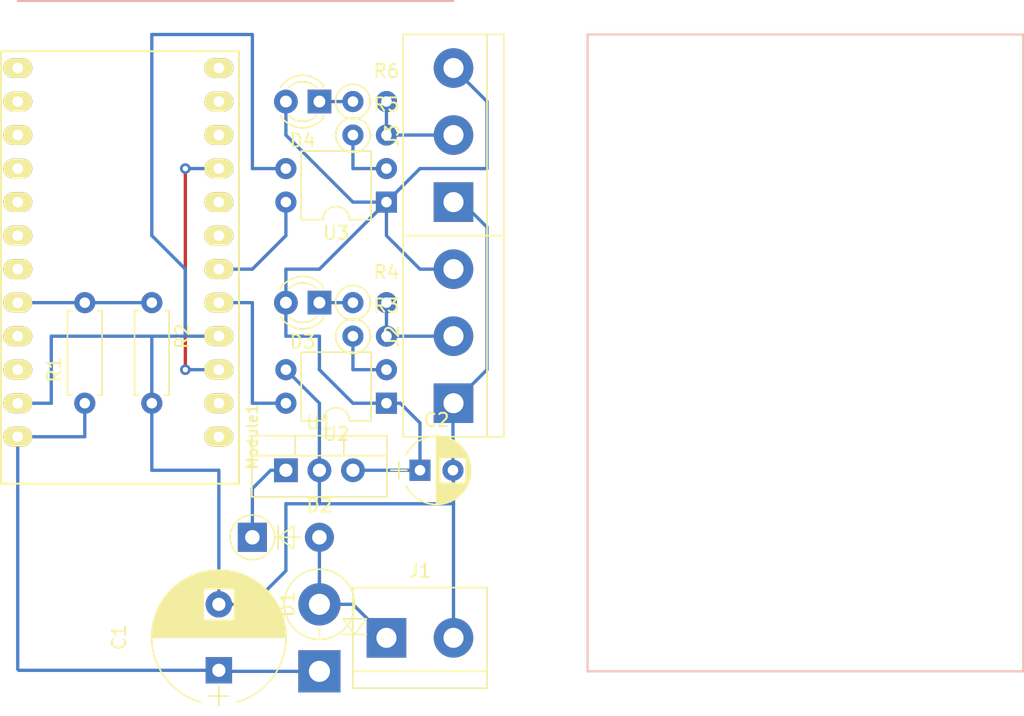
<source format=kicad_pcb>
(kicad_pcb (version 20171130) (host pcbnew "(5.1.5)-3")

  (general
    (thickness 1.6)
    (drawings 5)
    (tracks 90)
    (zones 0)
    (modules 19)
    (nets 32)
  )

  (page A4)
  (layers
    (0 F.Cu signal)
    (31 B.Cu signal)
    (32 B.Adhes user)
    (33 F.Adhes user)
    (34 B.Paste user)
    (35 F.Paste user)
    (36 B.SilkS user)
    (37 F.SilkS user)
    (38 B.Mask user)
    (39 F.Mask user)
    (40 Dwgs.User user)
    (41 Cmts.User user)
    (42 Eco1.User user)
    (43 Eco2.User user)
    (44 Edge.Cuts user)
    (45 Margin user)
    (46 B.CrtYd user)
    (47 F.CrtYd user)
    (48 B.Fab user)
    (49 F.Fab user)
  )

  (setup
    (last_trace_width 0.25)
    (trace_clearance 0.2)
    (zone_clearance 0.508)
    (zone_45_only no)
    (trace_min 0.2)
    (via_size 0.8)
    (via_drill 0.4)
    (via_min_size 0.4)
    (via_min_drill 0.3)
    (uvia_size 0.3)
    (uvia_drill 0.1)
    (uvias_allowed no)
    (uvia_min_size 0.2)
    (uvia_min_drill 0.1)
    (edge_width 0.1)
    (segment_width 0.2)
    (pcb_text_width 0.3)
    (pcb_text_size 1.5 1.5)
    (mod_edge_width 0.15)
    (mod_text_size 1 1)
    (mod_text_width 0.15)
    (pad_size 1.524 1.524)
    (pad_drill 0.762)
    (pad_to_mask_clearance 0)
    (aux_axis_origin 0 0)
    (visible_elements FFFFFF7F)
    (pcbplotparams
      (layerselection 0x010fc_ffffffff)
      (usegerberextensions false)
      (usegerberattributes false)
      (usegerberadvancedattributes false)
      (creategerberjobfile false)
      (excludeedgelayer true)
      (linewidth 0.100000)
      (plotframeref false)
      (viasonmask false)
      (mode 1)
      (useauxorigin false)
      (hpglpennumber 1)
      (hpglpenspeed 20)
      (hpglpendiameter 15.000000)
      (psnegative false)
      (psa4output false)
      (plotreference true)
      (plotvalue true)
      (plotinvisibletext false)
      (padsonsilk false)
      (subtractmaskfromsilk false)
      (outputformat 1)
      (mirror false)
      (drillshape 1)
      (scaleselection 1)
      (outputdirectory ""))
  )

  (net 0 "")
  (net 1 "Net-(C1-Pad1)")
  (net 2 GND)
  (net 3 +5V)
  (net 4 "Net-(D1-Pad2)")
  (net 5 "Net-(D2-Pad1)")
  (net 6 "Net-(D3-Pad1)")
  (net 7 "Net-(J2-Pad2)")
  (net 8 "Net-(J3-Pad2)")
  (net 9 "Net-(Module1-Pad22)")
  (net 10 "Net-(Module1-Pad21)")
  (net 11 "Net-(Module1-Pad20)")
  (net 12 "Net-(Module1-Pad19)")
  (net 13 "Net-(Module1-Pad18)")
  (net 14 "Net-(Module1-Pad17)")
  (net 15 "Net-(Module1-Pad16)")
  (net 16 "Net-(Module1-Pad15)")
  (net 17 "Net-(Module1-Pad14)")
  (net 18 "Net-(Module1-Pad13)")
  (net 19 "Net-(Module1-Pad12)")
  (net 20 "Net-(Module1-Pad11)")
  (net 21 "Net-(Module1-Pad10)")
  (net 22 "Net-(Module1-Pad3)")
  (net 23 "Net-(Module1-Pad8)")
  (net 24 "Net-(Module1-Pad7)")
  (net 25 /MCU_INT1)
  (net 26 /MCU_INT0)
  (net 27 /MCU_RX)
  (net 28 /MCU_TX)
  (net 29 "Net-(R3-Pad1)")
  (net 30 "Net-(R5-Pad1)")
  (net 31 "Net-(D4-Pad1)")

  (net_class Default "This is the default net class."
    (clearance 0.2)
    (trace_width 0.25)
    (via_dia 0.8)
    (via_drill 0.4)
    (uvia_dia 0.3)
    (uvia_drill 0.1)
    (add_net +5V)
    (add_net /MCU_INT0)
    (add_net /MCU_INT1)
    (add_net /MCU_RX)
    (add_net /MCU_TX)
    (add_net GND)
    (add_net "Net-(C1-Pad1)")
    (add_net "Net-(D1-Pad2)")
    (add_net "Net-(D2-Pad1)")
    (add_net "Net-(D3-Pad1)")
    (add_net "Net-(D4-Pad1)")
    (add_net "Net-(J2-Pad2)")
    (add_net "Net-(J3-Pad2)")
    (add_net "Net-(Module1-Pad10)")
    (add_net "Net-(Module1-Pad11)")
    (add_net "Net-(Module1-Pad12)")
    (add_net "Net-(Module1-Pad13)")
    (add_net "Net-(Module1-Pad14)")
    (add_net "Net-(Module1-Pad15)")
    (add_net "Net-(Module1-Pad16)")
    (add_net "Net-(Module1-Pad17)")
    (add_net "Net-(Module1-Pad18)")
    (add_net "Net-(Module1-Pad19)")
    (add_net "Net-(Module1-Pad20)")
    (add_net "Net-(Module1-Pad21)")
    (add_net "Net-(Module1-Pad22)")
    (add_net "Net-(Module1-Pad3)")
    (add_net "Net-(Module1-Pad7)")
    (add_net "Net-(Module1-Pad8)")
    (add_net "Net-(R3-Pad1)")
    (add_net "Net-(R5-Pad1)")
  )

  (module Diodes_THT:D_DO-41_SOD81_P5.08mm_Vertical_AnodeUp (layer F.Cu) (tedit 5921392F) (tstamp 5F91E5A9)
    (at 109.22 109.22)
    (descr "D, DO-41_SOD81 series, Axial, Vertical, pin pitch=5.08mm, , length*diameter=5.2*2.7mm^2, , http://www.diodes.com/_files/packages/DO-41%20(Plastic).pdf")
    (tags "D DO-41_SOD81 series Axial Vertical pin pitch 5.08mm  length 5.2mm diameter 2.7mm")
    (path /5FA7B88E)
    (fp_text reference D2 (at 5.08 -2.41) (layer F.SilkS)
      (effects (font (size 1 1) (thickness 0.15)))
    )
    (fp_text value 1N4001 (at 5.08 2.41) (layer F.Fab)
      (effects (font (size 1 1) (thickness 0.15)))
    )
    (fp_text user K (at -2.390635 0) (layer F.Fab)
      (effects (font (size 1 1) (thickness 0.15)))
    )
    (fp_text user %R (at 5.08 0) (layer F.Fab)
      (effects (font (size 1 1) (thickness 0.15)))
    )
    (fp_line (start 0 0) (end 5.08 0) (layer F.Fab) (width 0.1))
    (fp_line (start 1.690635 0) (end 3.68 0) (layer F.SilkS) (width 0.12))
    (fp_line (start 1.947333 -0.889) (end 1.947333 0.889) (layer F.SilkS) (width 0.12))
    (fp_line (start 1.947333 0) (end 3.132667 -0.889) (layer F.SilkS) (width 0.12))
    (fp_line (start 3.132667 -0.889) (end 3.132667 0.889) (layer F.SilkS) (width 0.12))
    (fp_line (start 3.132667 0.889) (end 1.947333 0) (layer F.SilkS) (width 0.12))
    (fp_line (start -1.7 -1.95) (end -1.7 1.95) (layer F.CrtYd) (width 0.05))
    (fp_line (start -1.7 1.95) (end 6.5 1.95) (layer F.CrtYd) (width 0.05))
    (fp_line (start 6.5 1.95) (end 6.5 -1.95) (layer F.CrtYd) (width 0.05))
    (fp_line (start 6.5 -1.95) (end -1.7 -1.95) (layer F.CrtYd) (width 0.05))
    (fp_circle (center 0 0) (end 1.35 0) (layer F.Fab) (width 0.1))
    (fp_circle (center 0 0) (end 1.690635 0) (layer F.SilkS) (width 0.12))
    (pad 1 thru_hole rect (at 0 0) (size 2.2 2.2) (drill 1.1) (layers *.Cu *.Mask)
      (net 5 "Net-(D2-Pad1)"))
    (pad 2 thru_hole oval (at 5.08 0) (size 2.2 2.2) (drill 1.1) (layers *.Cu *.Mask)
      (net 4 "Net-(D1-Pad2)"))
    (model ${KISYS3DMOD}/Diodes_THT.3dshapes/D_DO-41_SOD81_P5.08mm_Vertical_AnodeUp.wrl
      (at (xyz 0 0 0))
      (scale (xyz 0.393701 0.393701 0.393701))
      (rotate (xyz 0 0 0))
    )
  )

  (module Connectors_Terminal_Blocks:TerminalBlock_bornier-3_P5.08mm (layer F.Cu) (tedit 59FF03B9) (tstamp 5F917872)
    (at 124.46 83.82 90)
    (descr "simple 3-pin terminal block, pitch 5.08mm, revamped version of bornier3")
    (tags "terminal block bornier3")
    (path /5F9B713C)
    (fp_text reference J3 (at 5.05 -4.65 90) (layer F.SilkS)
      (effects (font (size 1 1) (thickness 0.15)))
    )
    (fp_text value IMP_IN_2 (at 5.08 5.08 90) (layer F.Fab)
      (effects (font (size 1 1) (thickness 0.15)))
    )
    (fp_text user %R (at 5.08 0 90) (layer F.Fab)
      (effects (font (size 1 1) (thickness 0.15)))
    )
    (fp_line (start -2.47 2.55) (end 12.63 2.55) (layer F.Fab) (width 0.1))
    (fp_line (start -2.47 -3.75) (end 12.63 -3.75) (layer F.Fab) (width 0.1))
    (fp_line (start 12.63 -3.75) (end 12.63 3.75) (layer F.Fab) (width 0.1))
    (fp_line (start 12.63 3.75) (end -2.47 3.75) (layer F.Fab) (width 0.1))
    (fp_line (start -2.47 3.75) (end -2.47 -3.75) (layer F.Fab) (width 0.1))
    (fp_line (start -2.54 3.81) (end -2.54 -3.81) (layer F.SilkS) (width 0.12))
    (fp_line (start 12.7 3.81) (end 12.7 -3.81) (layer F.SilkS) (width 0.12))
    (fp_line (start -2.54 2.54) (end 12.7 2.54) (layer F.SilkS) (width 0.12))
    (fp_line (start -2.54 -3.81) (end 12.7 -3.81) (layer F.SilkS) (width 0.12))
    (fp_line (start -2.54 3.81) (end 12.7 3.81) (layer F.SilkS) (width 0.12))
    (fp_line (start -2.72 -4) (end 12.88 -4) (layer F.CrtYd) (width 0.05))
    (fp_line (start -2.72 -4) (end -2.72 4) (layer F.CrtYd) (width 0.05))
    (fp_line (start 12.88 4) (end 12.88 -4) (layer F.CrtYd) (width 0.05))
    (fp_line (start 12.88 4) (end -2.72 4) (layer F.CrtYd) (width 0.05))
    (pad 1 thru_hole rect (at 0 0 90) (size 3 3) (drill 1.52) (layers *.Cu *.Mask)
      (net 2 GND))
    (pad 2 thru_hole circle (at 5.08 0 90) (size 3 3) (drill 1.52) (layers *.Cu *.Mask)
      (net 8 "Net-(J3-Pad2)"))
    (pad 3 thru_hole circle (at 10.16 0 90) (size 3 3) (drill 1.52) (layers *.Cu *.Mask)
      (net 3 +5V))
    (model ${KISYS3DMOD}/Terminal_Blocks.3dshapes/TerminalBlock_bornier-3_P5.08mm.wrl
      (offset (xyz 5.079999923706055 0 0))
      (scale (xyz 1 1 1))
      (rotate (xyz 0 0 0))
    )
  )

  (module Capacitors_THT:CP_Radial_D10.0mm_P5.00mm (layer F.Cu) (tedit 597BC7C2) (tstamp 5F91785D)
    (at 106.68 119.3 90)
    (descr "CP, Radial series, Radial, pin pitch=5.00mm, , diameter=10mm, Electrolytic Capacitor")
    (tags "CP Radial series Radial pin pitch 5.00mm  diameter 10mm Electrolytic Capacitor")
    (path /5F84E231)
    (fp_text reference C1 (at 2.5 -7.56 90) (layer F.SilkS)
      (effects (font (size 1 1) (thickness 0.15)))
    )
    (fp_text value 2200u (at 2.5 7.56 90) (layer F.Fab)
      (effects (font (size 1 1) (thickness 0.15)))
    )
    (fp_arc (start 2.5 0) (end -2.399357 -1.38) (angle 148.5) (layer F.SilkS) (width 0.12))
    (fp_arc (start 2.5 0) (end -2.399357 1.38) (angle -148.5) (layer F.SilkS) (width 0.12))
    (fp_arc (start 2.5 0) (end 7.399357 -1.38) (angle 31.5) (layer F.SilkS) (width 0.12))
    (fp_circle (center 2.5 0) (end 7.5 0) (layer F.Fab) (width 0.1))
    (fp_line (start -2.7 0) (end -1.2 0) (layer F.Fab) (width 0.1))
    (fp_line (start -1.95 -0.75) (end -1.95 0.75) (layer F.Fab) (width 0.1))
    (fp_line (start 2.5 -5.05) (end 2.5 5.05) (layer F.SilkS) (width 0.12))
    (fp_line (start 2.54 -5.05) (end 2.54 5.05) (layer F.SilkS) (width 0.12))
    (fp_line (start 2.58 -5.05) (end 2.58 5.05) (layer F.SilkS) (width 0.12))
    (fp_line (start 2.62 -5.049) (end 2.62 5.049) (layer F.SilkS) (width 0.12))
    (fp_line (start 2.66 -5.048) (end 2.66 5.048) (layer F.SilkS) (width 0.12))
    (fp_line (start 2.7 -5.047) (end 2.7 5.047) (layer F.SilkS) (width 0.12))
    (fp_line (start 2.74 -5.045) (end 2.74 5.045) (layer F.SilkS) (width 0.12))
    (fp_line (start 2.78 -5.043) (end 2.78 5.043) (layer F.SilkS) (width 0.12))
    (fp_line (start 2.82 -5.04) (end 2.82 5.04) (layer F.SilkS) (width 0.12))
    (fp_line (start 2.86 -5.038) (end 2.86 5.038) (layer F.SilkS) (width 0.12))
    (fp_line (start 2.9 -5.035) (end 2.9 5.035) (layer F.SilkS) (width 0.12))
    (fp_line (start 2.94 -5.031) (end 2.94 5.031) (layer F.SilkS) (width 0.12))
    (fp_line (start 2.98 -5.028) (end 2.98 5.028) (layer F.SilkS) (width 0.12))
    (fp_line (start 3.02 -5.024) (end 3.02 5.024) (layer F.SilkS) (width 0.12))
    (fp_line (start 3.06 -5.02) (end 3.06 5.02) (layer F.SilkS) (width 0.12))
    (fp_line (start 3.1 -5.015) (end 3.1 5.015) (layer F.SilkS) (width 0.12))
    (fp_line (start 3.14 -5.01) (end 3.14 5.01) (layer F.SilkS) (width 0.12))
    (fp_line (start 3.18 -5.005) (end 3.18 5.005) (layer F.SilkS) (width 0.12))
    (fp_line (start 3.221 -4.999) (end 3.221 4.999) (layer F.SilkS) (width 0.12))
    (fp_line (start 3.261 -4.993) (end 3.261 4.993) (layer F.SilkS) (width 0.12))
    (fp_line (start 3.301 -4.987) (end 3.301 4.987) (layer F.SilkS) (width 0.12))
    (fp_line (start 3.341 -4.981) (end 3.341 4.981) (layer F.SilkS) (width 0.12))
    (fp_line (start 3.381 -4.974) (end 3.381 4.974) (layer F.SilkS) (width 0.12))
    (fp_line (start 3.421 -4.967) (end 3.421 4.967) (layer F.SilkS) (width 0.12))
    (fp_line (start 3.461 -4.959) (end 3.461 4.959) (layer F.SilkS) (width 0.12))
    (fp_line (start 3.501 -4.951) (end 3.501 4.951) (layer F.SilkS) (width 0.12))
    (fp_line (start 3.541 -4.943) (end 3.541 4.943) (layer F.SilkS) (width 0.12))
    (fp_line (start 3.581 -4.935) (end 3.581 4.935) (layer F.SilkS) (width 0.12))
    (fp_line (start 3.621 -4.926) (end 3.621 4.926) (layer F.SilkS) (width 0.12))
    (fp_line (start 3.661 -4.917) (end 3.661 4.917) (layer F.SilkS) (width 0.12))
    (fp_line (start 3.701 -4.907) (end 3.701 4.907) (layer F.SilkS) (width 0.12))
    (fp_line (start 3.741 -4.897) (end 3.741 4.897) (layer F.SilkS) (width 0.12))
    (fp_line (start 3.781 -4.887) (end 3.781 4.887) (layer F.SilkS) (width 0.12))
    (fp_line (start 3.821 -4.876) (end 3.821 -1.181) (layer F.SilkS) (width 0.12))
    (fp_line (start 3.821 1.181) (end 3.821 4.876) (layer F.SilkS) (width 0.12))
    (fp_line (start 3.861 -4.865) (end 3.861 -1.181) (layer F.SilkS) (width 0.12))
    (fp_line (start 3.861 1.181) (end 3.861 4.865) (layer F.SilkS) (width 0.12))
    (fp_line (start 3.901 -4.854) (end 3.901 -1.181) (layer F.SilkS) (width 0.12))
    (fp_line (start 3.901 1.181) (end 3.901 4.854) (layer F.SilkS) (width 0.12))
    (fp_line (start 3.941 -4.843) (end 3.941 -1.181) (layer F.SilkS) (width 0.12))
    (fp_line (start 3.941 1.181) (end 3.941 4.843) (layer F.SilkS) (width 0.12))
    (fp_line (start 3.981 -4.831) (end 3.981 -1.181) (layer F.SilkS) (width 0.12))
    (fp_line (start 3.981 1.181) (end 3.981 4.831) (layer F.SilkS) (width 0.12))
    (fp_line (start 4.021 -4.818) (end 4.021 -1.181) (layer F.SilkS) (width 0.12))
    (fp_line (start 4.021 1.181) (end 4.021 4.818) (layer F.SilkS) (width 0.12))
    (fp_line (start 4.061 -4.806) (end 4.061 -1.181) (layer F.SilkS) (width 0.12))
    (fp_line (start 4.061 1.181) (end 4.061 4.806) (layer F.SilkS) (width 0.12))
    (fp_line (start 4.101 -4.792) (end 4.101 -1.181) (layer F.SilkS) (width 0.12))
    (fp_line (start 4.101 1.181) (end 4.101 4.792) (layer F.SilkS) (width 0.12))
    (fp_line (start 4.141 -4.779) (end 4.141 -1.181) (layer F.SilkS) (width 0.12))
    (fp_line (start 4.141 1.181) (end 4.141 4.779) (layer F.SilkS) (width 0.12))
    (fp_line (start 4.181 -4.765) (end 4.181 -1.181) (layer F.SilkS) (width 0.12))
    (fp_line (start 4.181 1.181) (end 4.181 4.765) (layer F.SilkS) (width 0.12))
    (fp_line (start 4.221 -4.751) (end 4.221 -1.181) (layer F.SilkS) (width 0.12))
    (fp_line (start 4.221 1.181) (end 4.221 4.751) (layer F.SilkS) (width 0.12))
    (fp_line (start 4.261 -4.737) (end 4.261 -1.181) (layer F.SilkS) (width 0.12))
    (fp_line (start 4.261 1.181) (end 4.261 4.737) (layer F.SilkS) (width 0.12))
    (fp_line (start 4.301 -4.722) (end 4.301 -1.181) (layer F.SilkS) (width 0.12))
    (fp_line (start 4.301 1.181) (end 4.301 4.722) (layer F.SilkS) (width 0.12))
    (fp_line (start 4.341 -4.706) (end 4.341 -1.181) (layer F.SilkS) (width 0.12))
    (fp_line (start 4.341 1.181) (end 4.341 4.706) (layer F.SilkS) (width 0.12))
    (fp_line (start 4.381 -4.691) (end 4.381 -1.181) (layer F.SilkS) (width 0.12))
    (fp_line (start 4.381 1.181) (end 4.381 4.691) (layer F.SilkS) (width 0.12))
    (fp_line (start 4.421 -4.674) (end 4.421 -1.181) (layer F.SilkS) (width 0.12))
    (fp_line (start 4.421 1.181) (end 4.421 4.674) (layer F.SilkS) (width 0.12))
    (fp_line (start 4.461 -4.658) (end 4.461 -1.181) (layer F.SilkS) (width 0.12))
    (fp_line (start 4.461 1.181) (end 4.461 4.658) (layer F.SilkS) (width 0.12))
    (fp_line (start 4.501 -4.641) (end 4.501 -1.181) (layer F.SilkS) (width 0.12))
    (fp_line (start 4.501 1.181) (end 4.501 4.641) (layer F.SilkS) (width 0.12))
    (fp_line (start 4.541 -4.624) (end 4.541 -1.181) (layer F.SilkS) (width 0.12))
    (fp_line (start 4.541 1.181) (end 4.541 4.624) (layer F.SilkS) (width 0.12))
    (fp_line (start 4.581 -4.606) (end 4.581 -1.181) (layer F.SilkS) (width 0.12))
    (fp_line (start 4.581 1.181) (end 4.581 4.606) (layer F.SilkS) (width 0.12))
    (fp_line (start 4.621 -4.588) (end 4.621 -1.181) (layer F.SilkS) (width 0.12))
    (fp_line (start 4.621 1.181) (end 4.621 4.588) (layer F.SilkS) (width 0.12))
    (fp_line (start 4.661 -4.569) (end 4.661 -1.181) (layer F.SilkS) (width 0.12))
    (fp_line (start 4.661 1.181) (end 4.661 4.569) (layer F.SilkS) (width 0.12))
    (fp_line (start 4.701 -4.55) (end 4.701 -1.181) (layer F.SilkS) (width 0.12))
    (fp_line (start 4.701 1.181) (end 4.701 4.55) (layer F.SilkS) (width 0.12))
    (fp_line (start 4.741 -4.531) (end 4.741 -1.181) (layer F.SilkS) (width 0.12))
    (fp_line (start 4.741 1.181) (end 4.741 4.531) (layer F.SilkS) (width 0.12))
    (fp_line (start 4.781 -4.511) (end 4.781 -1.181) (layer F.SilkS) (width 0.12))
    (fp_line (start 4.781 1.181) (end 4.781 4.511) (layer F.SilkS) (width 0.12))
    (fp_line (start 4.821 -4.491) (end 4.821 -1.181) (layer F.SilkS) (width 0.12))
    (fp_line (start 4.821 1.181) (end 4.821 4.491) (layer F.SilkS) (width 0.12))
    (fp_line (start 4.861 -4.47) (end 4.861 -1.181) (layer F.SilkS) (width 0.12))
    (fp_line (start 4.861 1.181) (end 4.861 4.47) (layer F.SilkS) (width 0.12))
    (fp_line (start 4.901 -4.449) (end 4.901 -1.181) (layer F.SilkS) (width 0.12))
    (fp_line (start 4.901 1.181) (end 4.901 4.449) (layer F.SilkS) (width 0.12))
    (fp_line (start 4.941 -4.428) (end 4.941 -1.181) (layer F.SilkS) (width 0.12))
    (fp_line (start 4.941 1.181) (end 4.941 4.428) (layer F.SilkS) (width 0.12))
    (fp_line (start 4.981 -4.405) (end 4.981 -1.181) (layer F.SilkS) (width 0.12))
    (fp_line (start 4.981 1.181) (end 4.981 4.405) (layer F.SilkS) (width 0.12))
    (fp_line (start 5.021 -4.383) (end 5.021 -1.181) (layer F.SilkS) (width 0.12))
    (fp_line (start 5.021 1.181) (end 5.021 4.383) (layer F.SilkS) (width 0.12))
    (fp_line (start 5.061 -4.36) (end 5.061 -1.181) (layer F.SilkS) (width 0.12))
    (fp_line (start 5.061 1.181) (end 5.061 4.36) (layer F.SilkS) (width 0.12))
    (fp_line (start 5.101 -4.336) (end 5.101 -1.181) (layer F.SilkS) (width 0.12))
    (fp_line (start 5.101 1.181) (end 5.101 4.336) (layer F.SilkS) (width 0.12))
    (fp_line (start 5.141 -4.312) (end 5.141 -1.181) (layer F.SilkS) (width 0.12))
    (fp_line (start 5.141 1.181) (end 5.141 4.312) (layer F.SilkS) (width 0.12))
    (fp_line (start 5.181 -4.288) (end 5.181 -1.181) (layer F.SilkS) (width 0.12))
    (fp_line (start 5.181 1.181) (end 5.181 4.288) (layer F.SilkS) (width 0.12))
    (fp_line (start 5.221 -4.263) (end 5.221 -1.181) (layer F.SilkS) (width 0.12))
    (fp_line (start 5.221 1.181) (end 5.221 4.263) (layer F.SilkS) (width 0.12))
    (fp_line (start 5.261 -4.237) (end 5.261 -1.181) (layer F.SilkS) (width 0.12))
    (fp_line (start 5.261 1.181) (end 5.261 4.237) (layer F.SilkS) (width 0.12))
    (fp_line (start 5.301 -4.211) (end 5.301 -1.181) (layer F.SilkS) (width 0.12))
    (fp_line (start 5.301 1.181) (end 5.301 4.211) (layer F.SilkS) (width 0.12))
    (fp_line (start 5.341 -4.185) (end 5.341 -1.181) (layer F.SilkS) (width 0.12))
    (fp_line (start 5.341 1.181) (end 5.341 4.185) (layer F.SilkS) (width 0.12))
    (fp_line (start 5.381 -4.157) (end 5.381 -1.181) (layer F.SilkS) (width 0.12))
    (fp_line (start 5.381 1.181) (end 5.381 4.157) (layer F.SilkS) (width 0.12))
    (fp_line (start 5.421 -4.13) (end 5.421 -1.181) (layer F.SilkS) (width 0.12))
    (fp_line (start 5.421 1.181) (end 5.421 4.13) (layer F.SilkS) (width 0.12))
    (fp_line (start 5.461 -4.101) (end 5.461 -1.181) (layer F.SilkS) (width 0.12))
    (fp_line (start 5.461 1.181) (end 5.461 4.101) (layer F.SilkS) (width 0.12))
    (fp_line (start 5.501 -4.072) (end 5.501 -1.181) (layer F.SilkS) (width 0.12))
    (fp_line (start 5.501 1.181) (end 5.501 4.072) (layer F.SilkS) (width 0.12))
    (fp_line (start 5.541 -4.043) (end 5.541 -1.181) (layer F.SilkS) (width 0.12))
    (fp_line (start 5.541 1.181) (end 5.541 4.043) (layer F.SilkS) (width 0.12))
    (fp_line (start 5.581 -4.013) (end 5.581 -1.181) (layer F.SilkS) (width 0.12))
    (fp_line (start 5.581 1.181) (end 5.581 4.013) (layer F.SilkS) (width 0.12))
    (fp_line (start 5.621 -3.982) (end 5.621 -1.181) (layer F.SilkS) (width 0.12))
    (fp_line (start 5.621 1.181) (end 5.621 3.982) (layer F.SilkS) (width 0.12))
    (fp_line (start 5.661 -3.951) (end 5.661 -1.181) (layer F.SilkS) (width 0.12))
    (fp_line (start 5.661 1.181) (end 5.661 3.951) (layer F.SilkS) (width 0.12))
    (fp_line (start 5.701 -3.919) (end 5.701 -1.181) (layer F.SilkS) (width 0.12))
    (fp_line (start 5.701 1.181) (end 5.701 3.919) (layer F.SilkS) (width 0.12))
    (fp_line (start 5.741 -3.886) (end 5.741 -1.181) (layer F.SilkS) (width 0.12))
    (fp_line (start 5.741 1.181) (end 5.741 3.886) (layer F.SilkS) (width 0.12))
    (fp_line (start 5.781 -3.853) (end 5.781 -1.181) (layer F.SilkS) (width 0.12))
    (fp_line (start 5.781 1.181) (end 5.781 3.853) (layer F.SilkS) (width 0.12))
    (fp_line (start 5.821 -3.819) (end 5.821 -1.181) (layer F.SilkS) (width 0.12))
    (fp_line (start 5.821 1.181) (end 5.821 3.819) (layer F.SilkS) (width 0.12))
    (fp_line (start 5.861 -3.784) (end 5.861 -1.181) (layer F.SilkS) (width 0.12))
    (fp_line (start 5.861 1.181) (end 5.861 3.784) (layer F.SilkS) (width 0.12))
    (fp_line (start 5.901 -3.748) (end 5.901 -1.181) (layer F.SilkS) (width 0.12))
    (fp_line (start 5.901 1.181) (end 5.901 3.748) (layer F.SilkS) (width 0.12))
    (fp_line (start 5.941 -3.712) (end 5.941 -1.181) (layer F.SilkS) (width 0.12))
    (fp_line (start 5.941 1.181) (end 5.941 3.712) (layer F.SilkS) (width 0.12))
    (fp_line (start 5.981 -3.675) (end 5.981 -1.181) (layer F.SilkS) (width 0.12))
    (fp_line (start 5.981 1.181) (end 5.981 3.675) (layer F.SilkS) (width 0.12))
    (fp_line (start 6.021 -3.637) (end 6.021 -1.181) (layer F.SilkS) (width 0.12))
    (fp_line (start 6.021 1.181) (end 6.021 3.637) (layer F.SilkS) (width 0.12))
    (fp_line (start 6.061 -3.598) (end 6.061 -1.181) (layer F.SilkS) (width 0.12))
    (fp_line (start 6.061 1.181) (end 6.061 3.598) (layer F.SilkS) (width 0.12))
    (fp_line (start 6.101 -3.559) (end 6.101 -1.181) (layer F.SilkS) (width 0.12))
    (fp_line (start 6.101 1.181) (end 6.101 3.559) (layer F.SilkS) (width 0.12))
    (fp_line (start 6.141 -3.518) (end 6.141 -1.181) (layer F.SilkS) (width 0.12))
    (fp_line (start 6.141 1.181) (end 6.141 3.518) (layer F.SilkS) (width 0.12))
    (fp_line (start 6.181 -3.477) (end 6.181 3.477) (layer F.SilkS) (width 0.12))
    (fp_line (start 6.221 -3.435) (end 6.221 3.435) (layer F.SilkS) (width 0.12))
    (fp_line (start 6.261 -3.391) (end 6.261 3.391) (layer F.SilkS) (width 0.12))
    (fp_line (start 6.301 -3.347) (end 6.301 3.347) (layer F.SilkS) (width 0.12))
    (fp_line (start 6.341 -3.302) (end 6.341 3.302) (layer F.SilkS) (width 0.12))
    (fp_line (start 6.381 -3.255) (end 6.381 3.255) (layer F.SilkS) (width 0.12))
    (fp_line (start 6.421 -3.207) (end 6.421 3.207) (layer F.SilkS) (width 0.12))
    (fp_line (start 6.461 -3.158) (end 6.461 3.158) (layer F.SilkS) (width 0.12))
    (fp_line (start 6.501 -3.108) (end 6.501 3.108) (layer F.SilkS) (width 0.12))
    (fp_line (start 6.541 -3.057) (end 6.541 3.057) (layer F.SilkS) (width 0.12))
    (fp_line (start 6.581 -3.004) (end 6.581 3.004) (layer F.SilkS) (width 0.12))
    (fp_line (start 6.621 -2.949) (end 6.621 2.949) (layer F.SilkS) (width 0.12))
    (fp_line (start 6.661 -2.894) (end 6.661 2.894) (layer F.SilkS) (width 0.12))
    (fp_line (start 6.701 -2.836) (end 6.701 2.836) (layer F.SilkS) (width 0.12))
    (fp_line (start 6.741 -2.777) (end 6.741 2.777) (layer F.SilkS) (width 0.12))
    (fp_line (start 6.781 -2.715) (end 6.781 2.715) (layer F.SilkS) (width 0.12))
    (fp_line (start 6.821 -2.652) (end 6.821 2.652) (layer F.SilkS) (width 0.12))
    (fp_line (start 6.861 -2.587) (end 6.861 2.587) (layer F.SilkS) (width 0.12))
    (fp_line (start 6.901 -2.519) (end 6.901 2.519) (layer F.SilkS) (width 0.12))
    (fp_line (start 6.941 -2.449) (end 6.941 2.449) (layer F.SilkS) (width 0.12))
    (fp_line (start 6.981 -2.377) (end 6.981 2.377) (layer F.SilkS) (width 0.12))
    (fp_line (start 7.021 -2.301) (end 7.021 2.301) (layer F.SilkS) (width 0.12))
    (fp_line (start 7.061 -2.222) (end 7.061 2.222) (layer F.SilkS) (width 0.12))
    (fp_line (start 7.101 -2.14) (end 7.101 2.14) (layer F.SilkS) (width 0.12))
    (fp_line (start 7.141 -2.053) (end 7.141 2.053) (layer F.SilkS) (width 0.12))
    (fp_line (start 7.181 -1.962) (end 7.181 1.962) (layer F.SilkS) (width 0.12))
    (fp_line (start 7.221 -1.866) (end 7.221 1.866) (layer F.SilkS) (width 0.12))
    (fp_line (start 7.261 -1.763) (end 7.261 1.763) (layer F.SilkS) (width 0.12))
    (fp_line (start 7.301 -1.654) (end 7.301 1.654) (layer F.SilkS) (width 0.12))
    (fp_line (start 7.341 -1.536) (end 7.341 1.536) (layer F.SilkS) (width 0.12))
    (fp_line (start 7.381 -1.407) (end 7.381 1.407) (layer F.SilkS) (width 0.12))
    (fp_line (start 7.421 -1.265) (end 7.421 1.265) (layer F.SilkS) (width 0.12))
    (fp_line (start 7.461 -1.104) (end 7.461 1.104) (layer F.SilkS) (width 0.12))
    (fp_line (start 7.501 -0.913) (end 7.501 0.913) (layer F.SilkS) (width 0.12))
    (fp_line (start 7.541 -0.672) (end 7.541 0.672) (layer F.SilkS) (width 0.12))
    (fp_line (start 7.581 -0.279) (end 7.581 0.279) (layer F.SilkS) (width 0.12))
    (fp_line (start -2.7 0) (end -1.2 0) (layer F.SilkS) (width 0.12))
    (fp_line (start -1.95 -0.75) (end -1.95 0.75) (layer F.SilkS) (width 0.12))
    (fp_line (start -2.85 -5.35) (end -2.85 5.35) (layer F.CrtYd) (width 0.05))
    (fp_line (start -2.85 5.35) (end 7.85 5.35) (layer F.CrtYd) (width 0.05))
    (fp_line (start 7.85 5.35) (end 7.85 -5.35) (layer F.CrtYd) (width 0.05))
    (fp_line (start 7.85 -5.35) (end -2.85 -5.35) (layer F.CrtYd) (width 0.05))
    (fp_text user %R (at 2.5 0 90) (layer F.Fab)
      (effects (font (size 1 1) (thickness 0.15)))
    )
    (pad 1 thru_hole rect (at 0 0 90) (size 2 2) (drill 1) (layers *.Cu *.Mask)
      (net 1 "Net-(C1-Pad1)"))
    (pad 2 thru_hole circle (at 5 0 90) (size 2 2) (drill 1) (layers *.Cu *.Mask)
      (net 2 GND))
    (model ${KISYS3DMOD}/Capacitors_THT.3dshapes/CP_Radial_D10.0mm_P5.00mm.wrl
      (at (xyz 0 0 0))
      (scale (xyz 1 1 1))
      (rotate (xyz 0 0 0))
    )
  )

  (module Diodes_THT:D_DO-201AD_P5.08mm_Vertical_KathodeUp (layer F.Cu) (tedit 5921392E) (tstamp 5F917863)
    (at 114.3 119.38 90)
    (descr "D, DO-201AD series, Axial, Vertical, pin pitch=5.08mm, , length*diameter=9.5*5.2mm^2, , http://www.diodes.com/_files/packages/DO-201AD.pdf")
    (tags "D DO-201AD series Axial Vertical pin pitch 5.08mm  length 9.5mm diameter 5.2mm")
    (path /5F84C042)
    (fp_text reference D1 (at 5.08 -2.41 90) (layer F.SilkS)
      (effects (font (size 1 1) (thickness 0.15)))
    )
    (fp_text value 1N4001 (at 5.08 2.41 90) (layer F.Fab)
      (effects (font (size 1 1) (thickness 0.15)))
    )
    (fp_text user K (at -2.3 0 90) (layer F.Fab)
      (effects (font (size 1 1) (thickness 0.15)))
    )
    (fp_text user %R (at 5.08 0 90) (layer F.Fab)
      (effects (font (size 1 1) (thickness 0.15)))
    )
    (fp_line (start 0 0) (end 5.08 0) (layer F.Fab) (width 0.1))
    (fp_line (start 2.66 0) (end 3.18 0) (layer F.SilkS) (width 0.12))
    (fp_line (start 2.794 1.78) (end 2.794 3.558) (layer F.SilkS) (width 0.12))
    (fp_line (start 2.794 2.669) (end 3.979333 1.78) (layer F.SilkS) (width 0.12))
    (fp_line (start 3.979333 1.78) (end 3.979333 3.558) (layer F.SilkS) (width 0.12))
    (fp_line (start 3.979333 3.558) (end 2.794 2.669) (layer F.SilkS) (width 0.12))
    (fp_line (start -1.95 -2.95) (end -1.95 2.95) (layer F.CrtYd) (width 0.05))
    (fp_line (start -1.95 2.95) (end 8 2.95) (layer F.CrtYd) (width 0.05))
    (fp_line (start 8 2.95) (end 8 -2.95) (layer F.CrtYd) (width 0.05))
    (fp_line (start 8 -2.95) (end -1.95 -2.95) (layer F.CrtYd) (width 0.05))
    (fp_circle (center 5.08 0) (end 7.68 0) (layer F.Fab) (width 0.1))
    (fp_circle (center 5.08 0) (end 7.74 0) (layer F.SilkS) (width 0.12))
    (pad 1 thru_hole rect (at 0 0 90) (size 3.2 3.2) (drill 1.6) (layers *.Cu *.Mask)
      (net 1 "Net-(C1-Pad1)"))
    (pad 2 thru_hole oval (at 5.08 0 90) (size 3.2 3.2) (drill 1.6) (layers *.Cu *.Mask)
      (net 4 "Net-(D1-Pad2)"))
    (model ${KISYS3DMOD}/Diodes_THT.3dshapes/D_DO-201AD_P5.08mm_Vertical_KathodeUp.wrl
      (at (xyz 0 0 0))
      (scale (xyz 0.393701 0.393701 0.393701))
      (rotate (xyz 0 0 0))
    )
  )

  (module Resistors_THT:R_Axial_DIN0207_L6.3mm_D2.5mm_P7.62mm_Horizontal (layer F.Cu) (tedit 5874F706) (tstamp 5F91789F)
    (at 101.6 91.44 270)
    (descr "Resistor, Axial_DIN0207 series, Axial, Horizontal, pin pitch=7.62mm, 0.25W = 1/4W, length*diameter=6.3*2.5mm^2, http://cdn-reichelt.de/documents/datenblatt/B400/1_4W%23YAG.pdf")
    (tags "Resistor Axial_DIN0207 series Axial Horizontal pin pitch 7.62mm 0.25W = 1/4W length 6.3mm diameter 2.5mm")
    (path /5F8629E7)
    (fp_text reference R2 (at 2.54 -2.31 90) (layer F.SilkS)
      (effects (font (size 1 1) (thickness 0.15)))
    )
    (fp_text value 24k (at 2.54 2.31 90) (layer F.Fab)
      (effects (font (size 1 1) (thickness 0.15)))
    )
    (fp_line (start 0.66 -1.25) (end 0.66 1.25) (layer F.Fab) (width 0.1))
    (fp_line (start 0.66 1.25) (end 6.96 1.25) (layer F.Fab) (width 0.1))
    (fp_line (start 6.96 1.25) (end 6.96 -1.25) (layer F.Fab) (width 0.1))
    (fp_line (start 6.96 -1.25) (end 0.66 -1.25) (layer F.Fab) (width 0.1))
    (fp_line (start 0 0) (end 0.66 0) (layer F.Fab) (width 0.1))
    (fp_line (start 7.62 0) (end 6.96 0) (layer F.Fab) (width 0.1))
    (fp_line (start 0.6 -0.98) (end 0.6 -1.31) (layer F.SilkS) (width 0.12))
    (fp_line (start 0.6 -1.31) (end 7.02 -1.31) (layer F.SilkS) (width 0.12))
    (fp_line (start 7.02 -1.31) (end 7.02 -0.98) (layer F.SilkS) (width 0.12))
    (fp_line (start 0.6 0.98) (end 0.6 1.31) (layer F.SilkS) (width 0.12))
    (fp_line (start 0.6 1.31) (end 7.02 1.31) (layer F.SilkS) (width 0.12))
    (fp_line (start 7.02 1.31) (end 7.02 0.98) (layer F.SilkS) (width 0.12))
    (fp_line (start -1.05 -1.6) (end -1.05 1.6) (layer F.CrtYd) (width 0.05))
    (fp_line (start -1.05 1.6) (end 8.7 1.6) (layer F.CrtYd) (width 0.05))
    (fp_line (start 8.7 1.6) (end 8.7 -1.6) (layer F.CrtYd) (width 0.05))
    (fp_line (start 8.7 -1.6) (end -1.05 -1.6) (layer F.CrtYd) (width 0.05))
    (pad 1 thru_hole circle (at 0 0 270) (size 1.6 1.6) (drill 0.8) (layers *.Cu *.Mask)
      (net 11 "Net-(Module1-Pad20)"))
    (pad 2 thru_hole oval (at 7.62 0 270) (size 1.6 1.6) (drill 0.8) (layers *.Cu *.Mask)
      (net 2 GND))
    (model ${KISYS3DMOD}/Resistors_THT.3dshapes/R_Axial_DIN0207_L6.3mm_D2.5mm_P7.62mm_Horizontal.wrl
      (at (xyz 0 0 0))
      (scale (xyz 0.393701 0.393701 0.393701))
      (rotate (xyz 0 0 0))
    )
  )

  (module Resistors_THT:R_Axial_DIN0207_L6.3mm_D2.5mm_P7.62mm_Horizontal (layer F.Cu) (tedit 5874F706) (tstamp 5F91789C)
    (at 96.52 99.06 90)
    (descr "Resistor, Axial_DIN0207 series, Axial, Horizontal, pin pitch=7.62mm, 0.25W = 1/4W, length*diameter=6.3*2.5mm^2, http://cdn-reichelt.de/documents/datenblatt/B400/1_4W%23YAG.pdf")
    (tags "Resistor Axial_DIN0207 series Axial Horizontal pin pitch 7.62mm 0.25W = 1/4W length 6.3mm diameter 2.5mm")
    (path /5F860BAB)
    (fp_text reference R1 (at 2.54 -2.31 90) (layer F.SilkS)
      (effects (font (size 1 1) (thickness 0.15)))
    )
    (fp_text value 56k (at 2.54 2.31 90) (layer F.Fab)
      (effects (font (size 1 1) (thickness 0.15)))
    )
    (fp_line (start 0.66 -1.25) (end 0.66 1.25) (layer F.Fab) (width 0.1))
    (fp_line (start 0.66 1.25) (end 6.96 1.25) (layer F.Fab) (width 0.1))
    (fp_line (start 6.96 1.25) (end 6.96 -1.25) (layer F.Fab) (width 0.1))
    (fp_line (start 6.96 -1.25) (end 0.66 -1.25) (layer F.Fab) (width 0.1))
    (fp_line (start 0 0) (end 0.66 0) (layer F.Fab) (width 0.1))
    (fp_line (start 7.62 0) (end 6.96 0) (layer F.Fab) (width 0.1))
    (fp_line (start 0.6 -0.98) (end 0.6 -1.31) (layer F.SilkS) (width 0.12))
    (fp_line (start 0.6 -1.31) (end 7.02 -1.31) (layer F.SilkS) (width 0.12))
    (fp_line (start 7.02 -1.31) (end 7.02 -0.98) (layer F.SilkS) (width 0.12))
    (fp_line (start 0.6 0.98) (end 0.6 1.31) (layer F.SilkS) (width 0.12))
    (fp_line (start 0.6 1.31) (end 7.02 1.31) (layer F.SilkS) (width 0.12))
    (fp_line (start 7.02 1.31) (end 7.02 0.98) (layer F.SilkS) (width 0.12))
    (fp_line (start -1.05 -1.6) (end -1.05 1.6) (layer F.CrtYd) (width 0.05))
    (fp_line (start -1.05 1.6) (end 8.7 1.6) (layer F.CrtYd) (width 0.05))
    (fp_line (start 8.7 1.6) (end 8.7 -1.6) (layer F.CrtYd) (width 0.05))
    (fp_line (start 8.7 -1.6) (end -1.05 -1.6) (layer F.CrtYd) (width 0.05))
    (pad 1 thru_hole circle (at 0 0 90) (size 1.6 1.6) (drill 0.8) (layers *.Cu *.Mask)
      (net 1 "Net-(C1-Pad1)"))
    (pad 2 thru_hole oval (at 7.62 0 90) (size 1.6 1.6) (drill 0.8) (layers *.Cu *.Mask)
      (net 11 "Net-(Module1-Pad20)"))
    (model ${KISYS3DMOD}/Resistors_THT.3dshapes/R_Axial_DIN0207_L6.3mm_D2.5mm_P7.62mm_Horizontal.wrl
      (at (xyz 0 0 0))
      (scale (xyz 0.393701 0.393701 0.393701))
      (rotate (xyz 0 0 0))
    )
  )

  (module FloKra_Modules:ArduinoProMini_noAdditionalHeaders (layer F.Cu) (tedit 5F9179BE) (tstamp 5F917899)
    (at 99.06 87.63 90)
    (descr "IC, ARDUINO_PRO_MINI x 0,6\"")
    (tags "DIL ARDUINO PRO MINI")
    (path /5F80A727)
    (fp_text reference Module1 (at -13.97 10.16 90) (layer F.SilkS)
      (effects (font (size 0.8 0.8) (thickness 0.16)))
    )
    (fp_text value ArduinoProMini (at 0 0 90) (layer F.Fab) hide
      (effects (font (size 0.8 0.8) (thickness 0.16)))
    )
    (fp_line (start -17.526 -8.89) (end 15.24 -8.89) (layer F.SilkS) (width 0.15))
    (fp_line (start 15.24 9.144) (end -17.526 9.144) (layer F.SilkS) (width 0.15))
    (fp_line (start -17.526 -8.89) (end -17.526 9.144) (layer F.SilkS) (width 0.15))
    (fp_line (start 15.24 9.144) (end 15.24 -8.89) (layer F.SilkS) (width 0.15))
    (pad 24 thru_hole oval (at -13.97 -7.62 90) (size 1.50114 2.19964) (drill 0.8001) (layers *.Cu *.Mask F.SilkS)
      (net 1 "Net-(C1-Pad1)"))
    (pad 23 thru_hole oval (at -11.43 -7.62 90) (size 1.50114 2.19964) (drill 0.8001) (layers *.Cu *.Mask F.SilkS)
      (net 2 GND))
    (pad 22 thru_hole oval (at -8.89 -7.62 90) (size 1.50114 2.19964) (drill 0.8001) (layers *.Cu *.Mask F.SilkS)
      (net 9 "Net-(Module1-Pad22)"))
    (pad 21 thru_hole oval (at -6.35 -7.62 90) (size 1.50114 2.19964) (drill 0.8001) (layers *.Cu *.Mask F.SilkS)
      (net 10 "Net-(Module1-Pad21)"))
    (pad 20 thru_hole oval (at -3.81 -7.62 90) (size 1.50114 2.19964) (drill 0.8001) (layers *.Cu *.Mask F.SilkS)
      (net 11 "Net-(Module1-Pad20)"))
    (pad 19 thru_hole oval (at -1.27 -7.62 90) (size 1.50114 2.19964) (drill 0.8001) (layers *.Cu *.Mask F.SilkS)
      (net 12 "Net-(Module1-Pad19)"))
    (pad 18 thru_hole oval (at 1.27 -7.62 90) (size 1.50114 2.19964) (drill 0.8001) (layers *.Cu *.Mask F.SilkS)
      (net 13 "Net-(Module1-Pad18)"))
    (pad 17 thru_hole oval (at 3.81 -7.62 90) (size 1.50114 2.19964) (drill 0.8001) (layers *.Cu *.Mask F.SilkS)
      (net 14 "Net-(Module1-Pad17)"))
    (pad 16 thru_hole oval (at 6.35 -7.62 90) (size 1.50114 2.19964) (drill 0.8001) (layers *.Cu *.Mask F.SilkS)
      (net 15 "Net-(Module1-Pad16)"))
    (pad 15 thru_hole oval (at 8.89 -7.62 90) (size 1.50114 2.19964) (drill 0.8001) (layers *.Cu *.Mask F.SilkS)
      (net 16 "Net-(Module1-Pad15)"))
    (pad 14 thru_hole oval (at 11.43 -7.62 90) (size 1.50114 2.19964) (drill 0.8001) (layers *.Cu *.Mask F.SilkS)
      (net 17 "Net-(Module1-Pad14)"))
    (pad 13 thru_hole oval (at 13.97 -7.62 90) (size 1.50114 2.19964) (drill 0.8001) (layers *.Cu *.Mask F.SilkS)
      (net 18 "Net-(Module1-Pad13)"))
    (pad 12 thru_hole oval (at 13.97 7.62 90) (size 1.50114 2.19964) (drill 0.8001) (layers *.Cu *.Mask F.SilkS)
      (net 19 "Net-(Module1-Pad12)"))
    (pad 11 thru_hole oval (at 11.43 7.62 90) (size 1.50114 2.19964) (drill 0.8001) (layers *.Cu *.Mask F.SilkS)
      (net 20 "Net-(Module1-Pad11)"))
    (pad 10 thru_hole oval (at 8.89 7.62 90) (size 1.50114 2.19964) (drill 0.8001) (layers *.Cu *.Mask F.SilkS)
      (net 21 "Net-(Module1-Pad10)"))
    (pad 9 thru_hole oval (at 6.35 7.62 90) (size 1.50114 2.19964) (drill 0.8001) (layers *.Cu *.Mask F.SilkS)
      (net 22 "Net-(Module1-Pad3)"))
    (pad 8 thru_hole oval (at 3.81 7.62 90) (size 1.50114 2.19964) (drill 0.8001) (layers *.Cu *.Mask F.SilkS)
      (net 23 "Net-(Module1-Pad8)"))
    (pad 7 thru_hole oval (at 1.27 7.62 90) (size 1.50114 2.19964) (drill 0.8001) (layers *.Cu *.Mask F.SilkS)
      (net 24 "Net-(Module1-Pad7)"))
    (pad 6 thru_hole oval (at -1.27 7.62 90) (size 1.50114 2.19964) (drill 0.8001) (layers *.Cu *.Mask F.SilkS)
      (net 25 /MCU_INT1))
    (pad 5 thru_hole oval (at -3.81 7.62 90) (size 1.50114 2.19964) (drill 0.8001) (layers *.Cu *.Mask F.SilkS)
      (net 26 /MCU_INT0))
    (pad 4 thru_hole oval (at -6.35 7.62 90) (size 1.50114 2.19964) (drill 0.8001) (layers *.Cu *.Mask F.SilkS)
      (net 2 GND))
    (pad 3 thru_hole oval (at -8.89 7.62 90) (size 1.50114 2.19964) (drill 0.8001) (layers *.Cu *.Mask F.SilkS)
      (net 22 "Net-(Module1-Pad3)"))
    (pad 2 thru_hole oval (at -11.43 7.62 90) (size 1.50114 2.19964) (drill 0.8001) (layers *.Cu *.Mask F.SilkS)
      (net 27 /MCU_RX))
    (pad 1 thru_hole oval (at -13.97 7.62 90) (size 1.50114 2.19964) (drill 0.8001) (layers *.Cu *.Mask F.SilkS)
      (net 28 /MCU_TX))
    (model Socket_Strips.3dshapes/Socket_Strip_Straight_1x02_Pitch2.54mm.wrl
      (offset (xyz -3.809999942779541 5.079999923706055 0))
      (scale (xyz 1 1 1))
      (rotate (xyz 0 0 0))
    )
    (model Socket_Strips.3dshapes/Socket_Strip_Straight_1x03_Pitch2.54mm.wrl
      (offset (xyz 13.96999979019165 2.539999961853027 0))
      (scale (xyz 1 1 1))
      (rotate (xyz 0 0 90))
    )
    (model Socket_Strips.3dshapes/Socket_Strip_Straight_1x12_Pitch2.54mm.wrl
      (offset (xyz 0 7.619999885559082 0))
      (scale (xyz 1 1 1))
      (rotate (xyz 0 0 0))
    )
    (model Socket_Strips.3dshapes/Socket_Strip_Straight_1x12_Pitch2.54mm.wrl
      (offset (xyz 0 -7.619999885559082 0))
      (scale (xyz 1 1 1))
      (rotate (xyz 0 0 0))
    )
    (model Socket_Strips.3dshapes/Socket_Strip_Straight_1x02_Pitch2.54mm.wrl
      (offset (xyz 6.349999904632568 5.079999923706055 0))
      (scale (xyz 1 1 1))
      (rotate (xyz 0 0 0))
    )
    (model ${MYSLOCAL}/mysensors.3dshapes/mysensors_arduino.3dshapes/arduino_pro_mini.wrl
      (offset (xyz -1.269999980926514 0 12.19199981689453))
      (scale (xyz 0.395 0.395 0.395))
      (rotate (xyz 0 0 180))
    )
    (model SMD_Packages.3dshapes/TQFP-32.wrl
      (offset (xyz 1.269999980926514 0 13.01749980449676))
      (scale (xyz 1 1 1))
      (rotate (xyz 0 0 315))
    )
    (model Pin_Headers.3dshapes/Pin_Header_Straight_1x12_Pitch2.54mm.wrl
      (offset (xyz 13.96999979019165 -7.619999885559082 11.30299983024597))
      (scale (xyz 1 1 1))
      (rotate (xyz 0 180 90))
    )
    (model Pin_Headers.3dshapes/Pin_Header_Straight_1x12_Pitch2.54mm.wrl
      (offset (xyz 13.96999979019165 7.619999885559082 11.30299983024597))
      (scale (xyz 1 1 1))
      (rotate (xyz 0 180 90))
    )
    (model Pin_Headers.3dshapes/Pin_Header_Straight_1x03_Pitch2.54mm.wrl
      (offset (xyz 13.96999979019165 5.079999923706055 11.30299983024597))
      (scale (xyz 1 1 1))
      (rotate (xyz 0 180 0))
    )
    (model Pin_Headers.3dshapes/Pin_Header_Straight_1x02_Pitch2.54mm.wrl
      (offset (xyz 7.619999885559082 5.079999923706055 11.30299983024597))
      (scale (xyz 1 1 1))
      (rotate (xyz 0 180 90))
    )
    (model Pin_Headers.3dshapes/Pin_Header_Straight_1x02_Pitch2.54mm.wrl
      (offset (xyz -2.539999961853027 5.079999923706055 11.30299983024597))
      (scale (xyz 1 1 1))
      (rotate (xyz 0 180 90))
    )
    (model ${MYSLOCAL}/mysensors.3dshapes/w.lain.3dshapes/smd_leds/led_0603.wrl
      (offset (xyz -7.619999885559082 0 13.01749980449676))
      (scale (xyz 1 1 1))
      (rotate (xyz 0 0 0))
    )
    (model ${MYSLOCAL}/mysensors.3dshapes/w.lain.3dshapes/smd_leds/led_0603.wrl
      (offset (xyz 13.96999979019165 -4.444999933242798 13.01749980449676))
      (scale (xyz 1 1 1))
      (rotate (xyz 0 0 0))
    )
    (model Pin_Headers.3dshapes/Pin_Header_Angled_1x06_Pitch2.54mm.wrl
      (offset (xyz -16.50999975204468 -6.349999904632568 13.01749980449676))
      (scale (xyz 1 1 1))
      (rotate (xyz 0 0 180))
    )
    (model Resistors_SMD.3dshapes/R_0603.wrl
      (offset (xyz -7.619999885559082 -1.269999980926514 13.01749980449676))
      (scale (xyz 1 1 1))
      (rotate (xyz 0 0 0))
    )
    (model Resistors_SMD.3dshapes/R_0603.wrl
      (offset (xyz 13.96999979019165 -3.174999952316284 13.01749980449676))
      (scale (xyz 1 1 1))
      (rotate (xyz 0 0 0))
    )
    (model Capacitors_SMD.3dshapes/C_0603.wrl
      (offset (xyz -7.619999885559082 1.269999980926514 13.01749980449676))
      (scale (xyz 1 1 1))
      (rotate (xyz 0 0 0))
    )
    (model Capacitors_Tantalum_SMD.3dshapes/CP_Tantalum_Case-S_EIA-3216-12.wrl
      (offset (xyz -8.889999866485596 3.809999942779541 13.01749980449676))
      (scale (xyz 1 1 1))
      (rotate (xyz 0 0 0))
    )
    (model Capacitors_Tantalum_SMD.3dshapes/CP_Tantalum_Case-S_EIA-3216-12.wrl
      (offset (xyz -8.889999866485596 -3.809999942779541 13.01749980449676))
      (scale (xyz 1 1 1))
      (rotate (xyz 0 0 0))
    )
    (model TO_SOT_Packages_SMD.3dshapes/SOT-23-5.wrl
      (offset (xyz -10.15999984741211 0 13.01749980449676))
      (scale (xyz 1 1 1))
      (rotate (xyz 0 0 90))
    )
    (model Capacitors_SMD.3dshapes/C_1210.wrl
      (offset (xyz -12.69999980926514 0 13.01749980449676))
      (scale (xyz 1 1 1))
      (rotate (xyz 0 0 90))
    )
    (model ${MYSLOCAL}/mysensors.3dshapes/w.lain.3dshapes/switch/smd_push.wrl
      (offset (xyz 10.15999984741211 0 13.01749980449676))
      (scale (xyz 1 1 1))
      (rotate (xyz 0 0 90))
    )
  )

  (module Resistors_THT:R_Axial_DIN0207_L6.3mm_D2.5mm_P2.54mm_Vertical (layer F.Cu) (tedit 5874F706) (tstamp 5F9178A2)
    (at 116.84 93.98)
    (descr "Resistor, Axial_DIN0207 series, Axial, Vertical, pin pitch=2.54mm, 0.25W = 1/4W, length*diameter=6.3*2.5mm^2, http://cdn-reichelt.de/documents/datenblatt/B400/1_4W%23YAG.pdf")
    (tags "Resistor Axial_DIN0207 series Axial Vertical pin pitch 2.54mm 0.25W = 1/4W length 6.3mm diameter 2.5mm")
    (path /5F94A6CF)
    (fp_text reference R3 (at 2.54 -2.31) (layer F.SilkS)
      (effects (font (size 1 1) (thickness 0.15)))
    )
    (fp_text value 560 (at 2.54 2.31) (layer F.Fab)
      (effects (font (size 1 1) (thickness 0.15)))
    )
    (fp_circle (center 0 0) (end 1.25 0) (layer F.Fab) (width 0.1))
    (fp_circle (center 0 0) (end 1.31 0) (layer F.SilkS) (width 0.12))
    (fp_line (start 0 0) (end 2.54 0) (layer F.Fab) (width 0.1))
    (fp_line (start 1.31 0) (end 1.44 0) (layer F.SilkS) (width 0.12))
    (fp_line (start -1.6 -1.6) (end -1.6 1.6) (layer F.CrtYd) (width 0.05))
    (fp_line (start -1.6 1.6) (end 3.65 1.6) (layer F.CrtYd) (width 0.05))
    (fp_line (start 3.65 1.6) (end 3.65 -1.6) (layer F.CrtYd) (width 0.05))
    (fp_line (start 3.65 -1.6) (end -1.6 -1.6) (layer F.CrtYd) (width 0.05))
    (pad 1 thru_hole circle (at 0 0) (size 1.6 1.6) (drill 0.8) (layers *.Cu *.Mask)
      (net 29 "Net-(R3-Pad1)"))
    (pad 2 thru_hole oval (at 2.54 0) (size 1.6 1.6) (drill 0.8) (layers *.Cu *.Mask)
      (net 7 "Net-(J2-Pad2)"))
    (model ${KISYS3DMOD}/Resistors_THT.3dshapes/R_Axial_DIN0207_L6.3mm_D2.5mm_P2.54mm_Vertical.wrl
      (at (xyz 0 0 0))
      (scale (xyz 0.393701 0.393701 0.393701))
      (rotate (xyz 0 0 0))
    )
  )

  (module Resistors_THT:R_Axial_DIN0207_L6.3mm_D2.5mm_P2.54mm_Vertical (layer F.Cu) (tedit 5874F706) (tstamp 5F9178A5)
    (at 116.84 91.44)
    (descr "Resistor, Axial_DIN0207 series, Axial, Vertical, pin pitch=2.54mm, 0.25W = 1/4W, length*diameter=6.3*2.5mm^2, http://cdn-reichelt.de/documents/datenblatt/B400/1_4W%23YAG.pdf")
    (tags "Resistor Axial_DIN0207 series Axial Vertical pin pitch 2.54mm 0.25W = 1/4W length 6.3mm diameter 2.5mm")
    (path /5F9A2208)
    (fp_text reference R4 (at 2.54 -2.31) (layer F.SilkS)
      (effects (font (size 1 1) (thickness 0.15)))
    )
    (fp_text value 560 (at 2.54 2.31) (layer F.Fab)
      (effects (font (size 1 1) (thickness 0.15)))
    )
    (fp_circle (center 0 0) (end 1.25 0) (layer F.Fab) (width 0.1))
    (fp_circle (center 0 0) (end 1.31 0) (layer F.SilkS) (width 0.12))
    (fp_line (start 0 0) (end 2.54 0) (layer F.Fab) (width 0.1))
    (fp_line (start 1.31 0) (end 1.44 0) (layer F.SilkS) (width 0.12))
    (fp_line (start -1.6 -1.6) (end -1.6 1.6) (layer F.CrtYd) (width 0.05))
    (fp_line (start -1.6 1.6) (end 3.65 1.6) (layer F.CrtYd) (width 0.05))
    (fp_line (start 3.65 1.6) (end 3.65 -1.6) (layer F.CrtYd) (width 0.05))
    (fp_line (start 3.65 -1.6) (end -1.6 -1.6) (layer F.CrtYd) (width 0.05))
    (pad 1 thru_hole circle (at 0 0) (size 1.6 1.6) (drill 0.8) (layers *.Cu *.Mask)
      (net 6 "Net-(D3-Pad1)"))
    (pad 2 thru_hole oval (at 2.54 0) (size 1.6 1.6) (drill 0.8) (layers *.Cu *.Mask)
      (net 7 "Net-(J2-Pad2)"))
    (model ${KISYS3DMOD}/Resistors_THT.3dshapes/R_Axial_DIN0207_L6.3mm_D2.5mm_P2.54mm_Vertical.wrl
      (at (xyz 0 0 0))
      (scale (xyz 0.393701 0.393701 0.393701))
      (rotate (xyz 0 0 0))
    )
  )

  (module Resistors_THT:R_Axial_DIN0207_L6.3mm_D2.5mm_P2.54mm_Vertical (layer F.Cu) (tedit 5874F706) (tstamp 5F9178AB)
    (at 116.84 76.2)
    (descr "Resistor, Axial_DIN0207 series, Axial, Vertical, pin pitch=2.54mm, 0.25W = 1/4W, length*diameter=6.3*2.5mm^2, http://cdn-reichelt.de/documents/datenblatt/B400/1_4W%23YAG.pdf")
    (tags "Resistor Axial_DIN0207 series Axial Vertical pin pitch 2.54mm 0.25W = 1/4W length 6.3mm diameter 2.5mm")
    (path /5F9B716A)
    (fp_text reference R6 (at 2.54 -2.31) (layer F.SilkS)
      (effects (font (size 1 1) (thickness 0.15)))
    )
    (fp_text value 560 (at 2.54 2.31) (layer F.Fab)
      (effects (font (size 1 1) (thickness 0.15)))
    )
    (fp_circle (center 0 0) (end 1.25 0) (layer F.Fab) (width 0.1))
    (fp_circle (center 0 0) (end 1.31 0) (layer F.SilkS) (width 0.12))
    (fp_line (start 0 0) (end 2.54 0) (layer F.Fab) (width 0.1))
    (fp_line (start 1.31 0) (end 1.44 0) (layer F.SilkS) (width 0.12))
    (fp_line (start -1.6 -1.6) (end -1.6 1.6) (layer F.CrtYd) (width 0.05))
    (fp_line (start -1.6 1.6) (end 3.65 1.6) (layer F.CrtYd) (width 0.05))
    (fp_line (start 3.65 1.6) (end 3.65 -1.6) (layer F.CrtYd) (width 0.05))
    (fp_line (start 3.65 -1.6) (end -1.6 -1.6) (layer F.CrtYd) (width 0.05))
    (pad 1 thru_hole circle (at 0 0) (size 1.6 1.6) (drill 0.8) (layers *.Cu *.Mask)
      (net 31 "Net-(D4-Pad1)"))
    (pad 2 thru_hole oval (at 2.54 0) (size 1.6 1.6) (drill 0.8) (layers *.Cu *.Mask)
      (net 8 "Net-(J3-Pad2)"))
    (model ${KISYS3DMOD}/Resistors_THT.3dshapes/R_Axial_DIN0207_L6.3mm_D2.5mm_P2.54mm_Vertical.wrl
      (at (xyz 0 0 0))
      (scale (xyz 0.393701 0.393701 0.393701))
      (rotate (xyz 0 0 0))
    )
  )

  (module Resistors_THT:R_Axial_DIN0207_L6.3mm_D2.5mm_P2.54mm_Vertical (layer F.Cu) (tedit 5874F706) (tstamp 5F9178A8)
    (at 116.84 78.74)
    (descr "Resistor, Axial_DIN0207 series, Axial, Vertical, pin pitch=2.54mm, 0.25W = 1/4W, length*diameter=6.3*2.5mm^2, http://cdn-reichelt.de/documents/datenblatt/B400/1_4W%23YAG.pdf")
    (tags "Resistor Axial_DIN0207 series Axial Vertical pin pitch 2.54mm 0.25W = 1/4W length 6.3mm diameter 2.5mm")
    (path /5F9B7149)
    (fp_text reference R5 (at 2.54 -2.31) (layer F.SilkS)
      (effects (font (size 1 1) (thickness 0.15)))
    )
    (fp_text value 560 (at 2.54 2.31) (layer F.Fab)
      (effects (font (size 1 1) (thickness 0.15)))
    )
    (fp_circle (center 0 0) (end 1.25 0) (layer F.Fab) (width 0.1))
    (fp_circle (center 0 0) (end 1.31 0) (layer F.SilkS) (width 0.12))
    (fp_line (start 0 0) (end 2.54 0) (layer F.Fab) (width 0.1))
    (fp_line (start 1.31 0) (end 1.44 0) (layer F.SilkS) (width 0.12))
    (fp_line (start -1.6 -1.6) (end -1.6 1.6) (layer F.CrtYd) (width 0.05))
    (fp_line (start -1.6 1.6) (end 3.65 1.6) (layer F.CrtYd) (width 0.05))
    (fp_line (start 3.65 1.6) (end 3.65 -1.6) (layer F.CrtYd) (width 0.05))
    (fp_line (start 3.65 -1.6) (end -1.6 -1.6) (layer F.CrtYd) (width 0.05))
    (pad 1 thru_hole circle (at 0 0) (size 1.6 1.6) (drill 0.8) (layers *.Cu *.Mask)
      (net 30 "Net-(R5-Pad1)"))
    (pad 2 thru_hole oval (at 2.54 0) (size 1.6 1.6) (drill 0.8) (layers *.Cu *.Mask)
      (net 8 "Net-(J3-Pad2)"))
    (model ${KISYS3DMOD}/Resistors_THT.3dshapes/R_Axial_DIN0207_L6.3mm_D2.5mm_P2.54mm_Vertical.wrl
      (at (xyz 0 0 0))
      (scale (xyz 0.393701 0.393701 0.393701))
      (rotate (xyz 0 0 0))
    )
  )

  (module Housings_DIP:DIP-4_W7.62mm (layer F.Cu) (tedit 59C78D6B) (tstamp 5F9178B4)
    (at 119.38 83.82 180)
    (descr "4-lead though-hole mounted DIP package, row spacing 7.62 mm (300 mils)")
    (tags "THT DIP DIL PDIP 2.54mm 7.62mm 300mil")
    (path /5F9B7136)
    (fp_text reference U3 (at 3.81 -2.33) (layer F.SilkS)
      (effects (font (size 1 1) (thickness 0.15)))
    )
    (fp_text value PC817 (at 3.81 4.87) (layer F.Fab)
      (effects (font (size 1 1) (thickness 0.15)))
    )
    (fp_arc (start 3.81 -1.33) (end 2.81 -1.33) (angle -180) (layer F.SilkS) (width 0.12))
    (fp_line (start 1.635 -1.27) (end 6.985 -1.27) (layer F.Fab) (width 0.1))
    (fp_line (start 6.985 -1.27) (end 6.985 3.81) (layer F.Fab) (width 0.1))
    (fp_line (start 6.985 3.81) (end 0.635 3.81) (layer F.Fab) (width 0.1))
    (fp_line (start 0.635 3.81) (end 0.635 -0.27) (layer F.Fab) (width 0.1))
    (fp_line (start 0.635 -0.27) (end 1.635 -1.27) (layer F.Fab) (width 0.1))
    (fp_line (start 2.81 -1.33) (end 1.16 -1.33) (layer F.SilkS) (width 0.12))
    (fp_line (start 1.16 -1.33) (end 1.16 3.87) (layer F.SilkS) (width 0.12))
    (fp_line (start 1.16 3.87) (end 6.46 3.87) (layer F.SilkS) (width 0.12))
    (fp_line (start 6.46 3.87) (end 6.46 -1.33) (layer F.SilkS) (width 0.12))
    (fp_line (start 6.46 -1.33) (end 4.81 -1.33) (layer F.SilkS) (width 0.12))
    (fp_line (start -1.1 -1.55) (end -1.1 4.1) (layer F.CrtYd) (width 0.05))
    (fp_line (start -1.1 4.1) (end 8.7 4.1) (layer F.CrtYd) (width 0.05))
    (fp_line (start 8.7 4.1) (end 8.7 -1.55) (layer F.CrtYd) (width 0.05))
    (fp_line (start 8.7 -1.55) (end -1.1 -1.55) (layer F.CrtYd) (width 0.05))
    (fp_text user %R (at 3.81 1.27) (layer F.Fab)
      (effects (font (size 1 1) (thickness 0.15)))
    )
    (pad 1 thru_hole rect (at 0 0 180) (size 1.6 1.6) (drill 0.8) (layers *.Cu *.Mask)
      (net 3 +5V))
    (pad 3 thru_hole oval (at 7.62 2.54 180) (size 1.6 1.6) (drill 0.8) (layers *.Cu *.Mask)
      (net 2 GND))
    (pad 2 thru_hole oval (at 0 2.54 180) (size 1.6 1.6) (drill 0.8) (layers *.Cu *.Mask)
      (net 30 "Net-(R5-Pad1)"))
    (pad 4 thru_hole oval (at 7.62 0 180) (size 1.6 1.6) (drill 0.8) (layers *.Cu *.Mask)
      (net 25 /MCU_INT1))
    (model ${KISYS3DMOD}/Housings_DIP.3dshapes/DIP-4_W7.62mm.wrl
      (at (xyz 0 0 0))
      (scale (xyz 1 1 1))
      (rotate (xyz 0 0 0))
    )
  )

  (module Housings_DIP:DIP-4_W7.62mm (layer F.Cu) (tedit 59C78D6B) (tstamp 5F9178B1)
    (at 119.38 99.06 180)
    (descr "4-lead though-hole mounted DIP package, row spacing 7.62 mm (300 mils)")
    (tags "THT DIP DIL PDIP 2.54mm 7.62mm 300mil")
    (path /5F925BDD)
    (fp_text reference U2 (at 3.81 -2.33) (layer F.SilkS)
      (effects (font (size 1 1) (thickness 0.15)))
    )
    (fp_text value PC817 (at 3.81 4.87) (layer F.Fab)
      (effects (font (size 1 1) (thickness 0.15)))
    )
    (fp_arc (start 3.81 -1.33) (end 2.81 -1.33) (angle -180) (layer F.SilkS) (width 0.12))
    (fp_line (start 1.635 -1.27) (end 6.985 -1.27) (layer F.Fab) (width 0.1))
    (fp_line (start 6.985 -1.27) (end 6.985 3.81) (layer F.Fab) (width 0.1))
    (fp_line (start 6.985 3.81) (end 0.635 3.81) (layer F.Fab) (width 0.1))
    (fp_line (start 0.635 3.81) (end 0.635 -0.27) (layer F.Fab) (width 0.1))
    (fp_line (start 0.635 -0.27) (end 1.635 -1.27) (layer F.Fab) (width 0.1))
    (fp_line (start 2.81 -1.33) (end 1.16 -1.33) (layer F.SilkS) (width 0.12))
    (fp_line (start 1.16 -1.33) (end 1.16 3.87) (layer F.SilkS) (width 0.12))
    (fp_line (start 1.16 3.87) (end 6.46 3.87) (layer F.SilkS) (width 0.12))
    (fp_line (start 6.46 3.87) (end 6.46 -1.33) (layer F.SilkS) (width 0.12))
    (fp_line (start 6.46 -1.33) (end 4.81 -1.33) (layer F.SilkS) (width 0.12))
    (fp_line (start -1.1 -1.55) (end -1.1 4.1) (layer F.CrtYd) (width 0.05))
    (fp_line (start -1.1 4.1) (end 8.7 4.1) (layer F.CrtYd) (width 0.05))
    (fp_line (start 8.7 4.1) (end 8.7 -1.55) (layer F.CrtYd) (width 0.05))
    (fp_line (start 8.7 -1.55) (end -1.1 -1.55) (layer F.CrtYd) (width 0.05))
    (fp_text user %R (at 3.81 0.804999) (layer F.Fab)
      (effects (font (size 1 1) (thickness 0.15)))
    )
    (pad 1 thru_hole rect (at 0 0 180) (size 1.6 1.6) (drill 0.8) (layers *.Cu *.Mask)
      (net 3 +5V))
    (pad 3 thru_hole oval (at 7.62 2.54 180) (size 1.6 1.6) (drill 0.8) (layers *.Cu *.Mask)
      (net 2 GND))
    (pad 2 thru_hole oval (at 0 2.54 180) (size 1.6 1.6) (drill 0.8) (layers *.Cu *.Mask)
      (net 29 "Net-(R3-Pad1)"))
    (pad 4 thru_hole oval (at 7.62 0 180) (size 1.6 1.6) (drill 0.8) (layers *.Cu *.Mask)
      (net 26 /MCU_INT0))
    (model ${KISYS3DMOD}/Housings_DIP.3dshapes/DIP-4_W7.62mm.wrl
      (at (xyz 0 0 0))
      (scale (xyz 1 1 1))
      (rotate (xyz 0 0 0))
    )
  )

  (module TO_SOT_Packages_THT:TO-220-3_Vertical (layer F.Cu) (tedit 58CE52AD) (tstamp 5F9178AE)
    (at 111.76 104.14)
    (descr "TO-220-3, Vertical, RM 2.54mm")
    (tags "TO-220-3 Vertical RM 2.54mm")
    (path /5F94F630)
    (fp_text reference U1 (at 2.54 -3.62) (layer F.SilkS)
      (effects (font (size 1 1) (thickness 0.15)))
    )
    (fp_text value L7805 (at 2.54 3.92) (layer F.Fab)
      (effects (font (size 1 1) (thickness 0.15)))
    )
    (fp_text user %R (at 2.54 -3.62) (layer F.Fab)
      (effects (font (size 1 1) (thickness 0.15)))
    )
    (fp_line (start -2.46 -2.5) (end -2.46 1.9) (layer F.Fab) (width 0.1))
    (fp_line (start -2.46 1.9) (end 7.54 1.9) (layer F.Fab) (width 0.1))
    (fp_line (start 7.54 1.9) (end 7.54 -2.5) (layer F.Fab) (width 0.1))
    (fp_line (start 7.54 -2.5) (end -2.46 -2.5) (layer F.Fab) (width 0.1))
    (fp_line (start -2.46 -1.23) (end 7.54 -1.23) (layer F.Fab) (width 0.1))
    (fp_line (start 0.69 -2.5) (end 0.69 -1.23) (layer F.Fab) (width 0.1))
    (fp_line (start 4.39 -2.5) (end 4.39 -1.23) (layer F.Fab) (width 0.1))
    (fp_line (start -2.58 -2.62) (end 7.66 -2.62) (layer F.SilkS) (width 0.12))
    (fp_line (start -2.58 2.021) (end 7.66 2.021) (layer F.SilkS) (width 0.12))
    (fp_line (start -2.58 -2.62) (end -2.58 2.021) (layer F.SilkS) (width 0.12))
    (fp_line (start 7.66 -2.62) (end 7.66 2.021) (layer F.SilkS) (width 0.12))
    (fp_line (start -2.58 -1.11) (end 7.66 -1.11) (layer F.SilkS) (width 0.12))
    (fp_line (start 0.69 -2.62) (end 0.69 -1.11) (layer F.SilkS) (width 0.12))
    (fp_line (start 4.391 -2.62) (end 4.391 -1.11) (layer F.SilkS) (width 0.12))
    (fp_line (start -2.71 -2.75) (end -2.71 2.16) (layer F.CrtYd) (width 0.05))
    (fp_line (start -2.71 2.16) (end 7.79 2.16) (layer F.CrtYd) (width 0.05))
    (fp_line (start 7.79 2.16) (end 7.79 -2.75) (layer F.CrtYd) (width 0.05))
    (fp_line (start 7.79 -2.75) (end -2.71 -2.75) (layer F.CrtYd) (width 0.05))
    (pad 1 thru_hole rect (at 0 0) (size 1.8 1.8) (drill 1) (layers *.Cu *.Mask)
      (net 5 "Net-(D2-Pad1)"))
    (pad 2 thru_hole oval (at 2.54 0) (size 1.8 1.8) (drill 1) (layers *.Cu *.Mask)
      (net 2 GND))
    (pad 3 thru_hole oval (at 5.08 0) (size 1.8 1.8) (drill 1) (layers *.Cu *.Mask)
      (net 3 +5V))
    (model ${KISYS3DMOD}/TO_SOT_Packages_THT.3dshapes/TO-220-3_Vertical.wrl
      (offset (xyz 2.539999961853027 0 0))
      (scale (xyz 0.393701 0.393701 0.393701))
      (rotate (xyz 0 0 0))
    )
  )

  (module Connectors_Terminal_Blocks:TerminalBlock_bornier-3_P5.08mm (layer F.Cu) (tedit 59FF03B9) (tstamp 5F91786F)
    (at 124.46 99.06 90)
    (descr "simple 3-pin terminal block, pitch 5.08mm, revamped version of bornier3")
    (tags "terminal block bornier3")
    (path /5F92B88F)
    (fp_text reference J2 (at 5.05 -4.65 90) (layer F.SilkS)
      (effects (font (size 1 1) (thickness 0.15)))
    )
    (fp_text value IMP_IN_1 (at 5.08 5.08 90) (layer F.Fab)
      (effects (font (size 1 1) (thickness 0.15)))
    )
    (fp_text user %R (at 5.08 0 90) (layer F.Fab)
      (effects (font (size 1 1) (thickness 0.15)))
    )
    (fp_line (start -2.47 2.55) (end 12.63 2.55) (layer F.Fab) (width 0.1))
    (fp_line (start -2.47 -3.75) (end 12.63 -3.75) (layer F.Fab) (width 0.1))
    (fp_line (start 12.63 -3.75) (end 12.63 3.75) (layer F.Fab) (width 0.1))
    (fp_line (start 12.63 3.75) (end -2.47 3.75) (layer F.Fab) (width 0.1))
    (fp_line (start -2.47 3.75) (end -2.47 -3.75) (layer F.Fab) (width 0.1))
    (fp_line (start -2.54 3.81) (end -2.54 -3.81) (layer F.SilkS) (width 0.12))
    (fp_line (start 12.7 3.81) (end 12.7 -3.81) (layer F.SilkS) (width 0.12))
    (fp_line (start -2.54 2.54) (end 12.7 2.54) (layer F.SilkS) (width 0.12))
    (fp_line (start -2.54 -3.81) (end 12.7 -3.81) (layer F.SilkS) (width 0.12))
    (fp_line (start -2.54 3.81) (end 12.7 3.81) (layer F.SilkS) (width 0.12))
    (fp_line (start -2.72 -4) (end 12.88 -4) (layer F.CrtYd) (width 0.05))
    (fp_line (start -2.72 -4) (end -2.72 4) (layer F.CrtYd) (width 0.05))
    (fp_line (start 12.88 4) (end 12.88 -4) (layer F.CrtYd) (width 0.05))
    (fp_line (start 12.88 4) (end -2.72 4) (layer F.CrtYd) (width 0.05))
    (pad 1 thru_hole rect (at 0 0 90) (size 3 3) (drill 1.52) (layers *.Cu *.Mask)
      (net 2 GND))
    (pad 2 thru_hole circle (at 5.08 0 90) (size 3 3) (drill 1.52) (layers *.Cu *.Mask)
      (net 7 "Net-(J2-Pad2)"))
    (pad 3 thru_hole circle (at 10.16 0 90) (size 3 3) (drill 1.52) (layers *.Cu *.Mask)
      (net 3 +5V))
    (model ${KISYS3DMOD}/Terminal_Blocks.3dshapes/TerminalBlock_bornier-3_P5.08mm.wrl
      (offset (xyz 5.079999923706055 0 0))
      (scale (xyz 1 1 1))
      (rotate (xyz 0 0 0))
    )
  )

  (module Connectors_Terminal_Blocks:TerminalBlock_bornier-2_P5.08mm (layer F.Cu) (tedit 59FF03AB) (tstamp 5F91786C)
    (at 119.38 116.84)
    (descr "simple 2-pin terminal block, pitch 5.08mm, revamped version of bornier2")
    (tags "terminal block bornier2")
    (path /5F843696)
    (fp_text reference J1 (at 2.54 -5.08) (layer F.SilkS)
      (effects (font (size 1 1) (thickness 0.15)))
    )
    (fp_text value "Supply 9-12 VDC" (at 2.54 5.08) (layer F.Fab)
      (effects (font (size 1 1) (thickness 0.15)))
    )
    (fp_text user %R (at 2.54 0) (layer F.Fab)
      (effects (font (size 1 1) (thickness 0.15)))
    )
    (fp_line (start -2.41 2.55) (end 7.49 2.55) (layer F.Fab) (width 0.1))
    (fp_line (start -2.46 -3.75) (end -2.46 3.75) (layer F.Fab) (width 0.1))
    (fp_line (start -2.46 3.75) (end 7.54 3.75) (layer F.Fab) (width 0.1))
    (fp_line (start 7.54 3.75) (end 7.54 -3.75) (layer F.Fab) (width 0.1))
    (fp_line (start 7.54 -3.75) (end -2.46 -3.75) (layer F.Fab) (width 0.1))
    (fp_line (start 7.62 2.54) (end -2.54 2.54) (layer F.SilkS) (width 0.12))
    (fp_line (start 7.62 3.81) (end 7.62 -3.81) (layer F.SilkS) (width 0.12))
    (fp_line (start 7.62 -3.81) (end -2.54 -3.81) (layer F.SilkS) (width 0.12))
    (fp_line (start -2.54 -3.81) (end -2.54 3.81) (layer F.SilkS) (width 0.12))
    (fp_line (start -2.54 3.81) (end 7.62 3.81) (layer F.SilkS) (width 0.12))
    (fp_line (start -2.71 -4) (end 7.79 -4) (layer F.CrtYd) (width 0.05))
    (fp_line (start -2.71 -4) (end -2.71 4) (layer F.CrtYd) (width 0.05))
    (fp_line (start 7.79 4) (end 7.79 -4) (layer F.CrtYd) (width 0.05))
    (fp_line (start 7.79 4) (end -2.71 4) (layer F.CrtYd) (width 0.05))
    (pad 1 thru_hole rect (at 0 0) (size 3 3) (drill 1.52) (layers *.Cu *.Mask)
      (net 4 "Net-(D1-Pad2)"))
    (pad 2 thru_hole circle (at 5.08 0) (size 3 3) (drill 1.52) (layers *.Cu *.Mask)
      (net 2 GND))
    (model ${KISYS3DMOD}/Terminal_Blocks.3dshapes/TerminalBlock_bornier-2_P5.08mm.wrl
      (offset (xyz 2.539999961853027 0 0))
      (scale (xyz 1 1 1))
      (rotate (xyz 0 0 0))
    )
  )

  (module LEDs:LED_D3.0mm (layer F.Cu) (tedit 587A3A7B) (tstamp 5F917869)
    (at 114.3 76.2 180)
    (descr "LED, diameter 3.0mm, 2 pins")
    (tags "LED diameter 3.0mm 2 pins")
    (path /5F9B7161)
    (fp_text reference D4 (at 1.27 -2.96) (layer F.SilkS)
      (effects (font (size 1 1) (thickness 0.15)))
    )
    (fp_text value LED (at 1.27 2.96) (layer F.Fab)
      (effects (font (size 1 1) (thickness 0.15)))
    )
    (fp_arc (start 1.27 0) (end -0.23 -1.16619) (angle 284.3) (layer F.Fab) (width 0.1))
    (fp_arc (start 1.27 0) (end -0.29 -1.235516) (angle 108.8) (layer F.SilkS) (width 0.12))
    (fp_arc (start 1.27 0) (end -0.29 1.235516) (angle -108.8) (layer F.SilkS) (width 0.12))
    (fp_arc (start 1.27 0) (end 0.229039 -1.08) (angle 87.9) (layer F.SilkS) (width 0.12))
    (fp_arc (start 1.27 0) (end 0.229039 1.08) (angle -87.9) (layer F.SilkS) (width 0.12))
    (fp_circle (center 1.27 0) (end 2.77 0) (layer F.Fab) (width 0.1))
    (fp_line (start -0.23 -1.16619) (end -0.23 1.16619) (layer F.Fab) (width 0.1))
    (fp_line (start -0.29 -1.236) (end -0.29 -1.08) (layer F.SilkS) (width 0.12))
    (fp_line (start -0.29 1.08) (end -0.29 1.236) (layer F.SilkS) (width 0.12))
    (fp_line (start -1.15 -2.25) (end -1.15 2.25) (layer F.CrtYd) (width 0.05))
    (fp_line (start -1.15 2.25) (end 3.7 2.25) (layer F.CrtYd) (width 0.05))
    (fp_line (start 3.7 2.25) (end 3.7 -2.25) (layer F.CrtYd) (width 0.05))
    (fp_line (start 3.7 -2.25) (end -1.15 -2.25) (layer F.CrtYd) (width 0.05))
    (pad 1 thru_hole rect (at 0 0 180) (size 1.8 1.8) (drill 0.9) (layers *.Cu *.Mask)
      (net 31 "Net-(D4-Pad1)"))
    (pad 2 thru_hole circle (at 2.54 0 180) (size 1.8 1.8) (drill 0.9) (layers *.Cu *.Mask)
      (net 3 +5V))
    (model ${KISYS3DMOD}/LEDs.3dshapes/LED_D3.0mm.wrl
      (at (xyz 0 0 0))
      (scale (xyz 0.393701 0.393701 0.393701))
      (rotate (xyz 0 0 0))
    )
  )

  (module LEDs:LED_D3.0mm (layer F.Cu) (tedit 587A3A7B) (tstamp 5F917866)
    (at 114.3 91.44 180)
    (descr "LED, diameter 3.0mm, 2 pins")
    (tags "LED diameter 3.0mm 2 pins")
    (path /5F983BBB)
    (fp_text reference D3 (at 1.27 -2.96) (layer F.SilkS)
      (effects (font (size 1 1) (thickness 0.15)))
    )
    (fp_text value LED (at 1.27 2.96) (layer F.Fab)
      (effects (font (size 1 1) (thickness 0.15)))
    )
    (fp_arc (start 1.27 0) (end -0.23 -1.16619) (angle 284.3) (layer F.Fab) (width 0.1))
    (fp_arc (start 1.27 0) (end -0.29 -1.235516) (angle 108.8) (layer F.SilkS) (width 0.12))
    (fp_arc (start 1.27 0) (end -0.29 1.235516) (angle -108.8) (layer F.SilkS) (width 0.12))
    (fp_arc (start 1.27 0) (end 0.229039 -1.08) (angle 87.9) (layer F.SilkS) (width 0.12))
    (fp_arc (start 1.27 0) (end 0.229039 1.08) (angle -87.9) (layer F.SilkS) (width 0.12))
    (fp_circle (center 1.27 0) (end 2.77 0) (layer F.Fab) (width 0.1))
    (fp_line (start -0.23 -1.16619) (end -0.23 1.16619) (layer F.Fab) (width 0.1))
    (fp_line (start -0.29 -1.236) (end -0.29 -1.08) (layer F.SilkS) (width 0.12))
    (fp_line (start -0.29 1.08) (end -0.29 1.236) (layer F.SilkS) (width 0.12))
    (fp_line (start -1.15 -2.25) (end -1.15 2.25) (layer F.CrtYd) (width 0.05))
    (fp_line (start -1.15 2.25) (end 3.7 2.25) (layer F.CrtYd) (width 0.05))
    (fp_line (start 3.7 2.25) (end 3.7 -2.25) (layer F.CrtYd) (width 0.05))
    (fp_line (start 3.7 -2.25) (end -1.15 -2.25) (layer F.CrtYd) (width 0.05))
    (pad 1 thru_hole rect (at 0 0 180) (size 1.8 1.8) (drill 0.9) (layers *.Cu *.Mask)
      (net 6 "Net-(D3-Pad1)"))
    (pad 2 thru_hole circle (at 2.54 0 180) (size 1.8 1.8) (drill 0.9) (layers *.Cu *.Mask)
      (net 3 +5V))
    (model ${KISYS3DMOD}/LEDs.3dshapes/LED_D3.0mm.wrl
      (at (xyz 0 0 0))
      (scale (xyz 0.393701 0.393701 0.393701))
      (rotate (xyz 0 0 0))
    )
  )

  (module Capacitors_THT:CP_Radial_D5.0mm_P2.50mm (layer F.Cu) (tedit 597BC7C2) (tstamp 5F917860)
    (at 121.92 104.14)
    (descr "CP, Radial series, Radial, pin pitch=2.50mm, , diameter=5mm, Electrolytic Capacitor")
    (tags "CP Radial series Radial pin pitch 2.50mm  diameter 5mm Electrolytic Capacitor")
    (path /5F88AF10)
    (fp_text reference C2 (at 1.25 -3.81) (layer F.SilkS)
      (effects (font (size 1 1) (thickness 0.15)))
    )
    (fp_text value 47u (at 1.25 3.81) (layer F.Fab)
      (effects (font (size 1 1) (thickness 0.15)))
    )
    (fp_arc (start 1.25 0) (end -1.05558 -1.18) (angle 125.8) (layer F.SilkS) (width 0.12))
    (fp_arc (start 1.25 0) (end -1.05558 1.18) (angle -125.8) (layer F.SilkS) (width 0.12))
    (fp_arc (start 1.25 0) (end 3.55558 -1.18) (angle 54.2) (layer F.SilkS) (width 0.12))
    (fp_circle (center 1.25 0) (end 3.75 0) (layer F.Fab) (width 0.1))
    (fp_line (start -2.2 0) (end -1 0) (layer F.Fab) (width 0.1))
    (fp_line (start -1.6 -0.65) (end -1.6 0.65) (layer F.Fab) (width 0.1))
    (fp_line (start 1.25 -2.55) (end 1.25 2.55) (layer F.SilkS) (width 0.12))
    (fp_line (start 1.29 -2.55) (end 1.29 2.55) (layer F.SilkS) (width 0.12))
    (fp_line (start 1.33 -2.549) (end 1.33 2.549) (layer F.SilkS) (width 0.12))
    (fp_line (start 1.37 -2.548) (end 1.37 2.548) (layer F.SilkS) (width 0.12))
    (fp_line (start 1.41 -2.546) (end 1.41 2.546) (layer F.SilkS) (width 0.12))
    (fp_line (start 1.45 -2.543) (end 1.45 2.543) (layer F.SilkS) (width 0.12))
    (fp_line (start 1.49 -2.539) (end 1.49 2.539) (layer F.SilkS) (width 0.12))
    (fp_line (start 1.53 -2.535) (end 1.53 -0.98) (layer F.SilkS) (width 0.12))
    (fp_line (start 1.53 0.98) (end 1.53 2.535) (layer F.SilkS) (width 0.12))
    (fp_line (start 1.57 -2.531) (end 1.57 -0.98) (layer F.SilkS) (width 0.12))
    (fp_line (start 1.57 0.98) (end 1.57 2.531) (layer F.SilkS) (width 0.12))
    (fp_line (start 1.61 -2.525) (end 1.61 -0.98) (layer F.SilkS) (width 0.12))
    (fp_line (start 1.61 0.98) (end 1.61 2.525) (layer F.SilkS) (width 0.12))
    (fp_line (start 1.65 -2.519) (end 1.65 -0.98) (layer F.SilkS) (width 0.12))
    (fp_line (start 1.65 0.98) (end 1.65 2.519) (layer F.SilkS) (width 0.12))
    (fp_line (start 1.69 -2.513) (end 1.69 -0.98) (layer F.SilkS) (width 0.12))
    (fp_line (start 1.69 0.98) (end 1.69 2.513) (layer F.SilkS) (width 0.12))
    (fp_line (start 1.73 -2.506) (end 1.73 -0.98) (layer F.SilkS) (width 0.12))
    (fp_line (start 1.73 0.98) (end 1.73 2.506) (layer F.SilkS) (width 0.12))
    (fp_line (start 1.77 -2.498) (end 1.77 -0.98) (layer F.SilkS) (width 0.12))
    (fp_line (start 1.77 0.98) (end 1.77 2.498) (layer F.SilkS) (width 0.12))
    (fp_line (start 1.81 -2.489) (end 1.81 -0.98) (layer F.SilkS) (width 0.12))
    (fp_line (start 1.81 0.98) (end 1.81 2.489) (layer F.SilkS) (width 0.12))
    (fp_line (start 1.85 -2.48) (end 1.85 -0.98) (layer F.SilkS) (width 0.12))
    (fp_line (start 1.85 0.98) (end 1.85 2.48) (layer F.SilkS) (width 0.12))
    (fp_line (start 1.89 -2.47) (end 1.89 -0.98) (layer F.SilkS) (width 0.12))
    (fp_line (start 1.89 0.98) (end 1.89 2.47) (layer F.SilkS) (width 0.12))
    (fp_line (start 1.93 -2.46) (end 1.93 -0.98) (layer F.SilkS) (width 0.12))
    (fp_line (start 1.93 0.98) (end 1.93 2.46) (layer F.SilkS) (width 0.12))
    (fp_line (start 1.971 -2.448) (end 1.971 -0.98) (layer F.SilkS) (width 0.12))
    (fp_line (start 1.971 0.98) (end 1.971 2.448) (layer F.SilkS) (width 0.12))
    (fp_line (start 2.011 -2.436) (end 2.011 -0.98) (layer F.SilkS) (width 0.12))
    (fp_line (start 2.011 0.98) (end 2.011 2.436) (layer F.SilkS) (width 0.12))
    (fp_line (start 2.051 -2.424) (end 2.051 -0.98) (layer F.SilkS) (width 0.12))
    (fp_line (start 2.051 0.98) (end 2.051 2.424) (layer F.SilkS) (width 0.12))
    (fp_line (start 2.091 -2.41) (end 2.091 -0.98) (layer F.SilkS) (width 0.12))
    (fp_line (start 2.091 0.98) (end 2.091 2.41) (layer F.SilkS) (width 0.12))
    (fp_line (start 2.131 -2.396) (end 2.131 -0.98) (layer F.SilkS) (width 0.12))
    (fp_line (start 2.131 0.98) (end 2.131 2.396) (layer F.SilkS) (width 0.12))
    (fp_line (start 2.171 -2.382) (end 2.171 -0.98) (layer F.SilkS) (width 0.12))
    (fp_line (start 2.171 0.98) (end 2.171 2.382) (layer F.SilkS) (width 0.12))
    (fp_line (start 2.211 -2.366) (end 2.211 -0.98) (layer F.SilkS) (width 0.12))
    (fp_line (start 2.211 0.98) (end 2.211 2.366) (layer F.SilkS) (width 0.12))
    (fp_line (start 2.251 -2.35) (end 2.251 -0.98) (layer F.SilkS) (width 0.12))
    (fp_line (start 2.251 0.98) (end 2.251 2.35) (layer F.SilkS) (width 0.12))
    (fp_line (start 2.291 -2.333) (end 2.291 -0.98) (layer F.SilkS) (width 0.12))
    (fp_line (start 2.291 0.98) (end 2.291 2.333) (layer F.SilkS) (width 0.12))
    (fp_line (start 2.331 -2.315) (end 2.331 -0.98) (layer F.SilkS) (width 0.12))
    (fp_line (start 2.331 0.98) (end 2.331 2.315) (layer F.SilkS) (width 0.12))
    (fp_line (start 2.371 -2.296) (end 2.371 -0.98) (layer F.SilkS) (width 0.12))
    (fp_line (start 2.371 0.98) (end 2.371 2.296) (layer F.SilkS) (width 0.12))
    (fp_line (start 2.411 -2.276) (end 2.411 -0.98) (layer F.SilkS) (width 0.12))
    (fp_line (start 2.411 0.98) (end 2.411 2.276) (layer F.SilkS) (width 0.12))
    (fp_line (start 2.451 -2.256) (end 2.451 -0.98) (layer F.SilkS) (width 0.12))
    (fp_line (start 2.451 0.98) (end 2.451 2.256) (layer F.SilkS) (width 0.12))
    (fp_line (start 2.491 -2.234) (end 2.491 -0.98) (layer F.SilkS) (width 0.12))
    (fp_line (start 2.491 0.98) (end 2.491 2.234) (layer F.SilkS) (width 0.12))
    (fp_line (start 2.531 -2.212) (end 2.531 -0.98) (layer F.SilkS) (width 0.12))
    (fp_line (start 2.531 0.98) (end 2.531 2.212) (layer F.SilkS) (width 0.12))
    (fp_line (start 2.571 -2.189) (end 2.571 -0.98) (layer F.SilkS) (width 0.12))
    (fp_line (start 2.571 0.98) (end 2.571 2.189) (layer F.SilkS) (width 0.12))
    (fp_line (start 2.611 -2.165) (end 2.611 -0.98) (layer F.SilkS) (width 0.12))
    (fp_line (start 2.611 0.98) (end 2.611 2.165) (layer F.SilkS) (width 0.12))
    (fp_line (start 2.651 -2.14) (end 2.651 -0.98) (layer F.SilkS) (width 0.12))
    (fp_line (start 2.651 0.98) (end 2.651 2.14) (layer F.SilkS) (width 0.12))
    (fp_line (start 2.691 -2.113) (end 2.691 -0.98) (layer F.SilkS) (width 0.12))
    (fp_line (start 2.691 0.98) (end 2.691 2.113) (layer F.SilkS) (width 0.12))
    (fp_line (start 2.731 -2.086) (end 2.731 -0.98) (layer F.SilkS) (width 0.12))
    (fp_line (start 2.731 0.98) (end 2.731 2.086) (layer F.SilkS) (width 0.12))
    (fp_line (start 2.771 -2.058) (end 2.771 -0.98) (layer F.SilkS) (width 0.12))
    (fp_line (start 2.771 0.98) (end 2.771 2.058) (layer F.SilkS) (width 0.12))
    (fp_line (start 2.811 -2.028) (end 2.811 -0.98) (layer F.SilkS) (width 0.12))
    (fp_line (start 2.811 0.98) (end 2.811 2.028) (layer F.SilkS) (width 0.12))
    (fp_line (start 2.851 -1.997) (end 2.851 -0.98) (layer F.SilkS) (width 0.12))
    (fp_line (start 2.851 0.98) (end 2.851 1.997) (layer F.SilkS) (width 0.12))
    (fp_line (start 2.891 -1.965) (end 2.891 -0.98) (layer F.SilkS) (width 0.12))
    (fp_line (start 2.891 0.98) (end 2.891 1.965) (layer F.SilkS) (width 0.12))
    (fp_line (start 2.931 -1.932) (end 2.931 -0.98) (layer F.SilkS) (width 0.12))
    (fp_line (start 2.931 0.98) (end 2.931 1.932) (layer F.SilkS) (width 0.12))
    (fp_line (start 2.971 -1.897) (end 2.971 -0.98) (layer F.SilkS) (width 0.12))
    (fp_line (start 2.971 0.98) (end 2.971 1.897) (layer F.SilkS) (width 0.12))
    (fp_line (start 3.011 -1.861) (end 3.011 -0.98) (layer F.SilkS) (width 0.12))
    (fp_line (start 3.011 0.98) (end 3.011 1.861) (layer F.SilkS) (width 0.12))
    (fp_line (start 3.051 -1.823) (end 3.051 -0.98) (layer F.SilkS) (width 0.12))
    (fp_line (start 3.051 0.98) (end 3.051 1.823) (layer F.SilkS) (width 0.12))
    (fp_line (start 3.091 -1.783) (end 3.091 -0.98) (layer F.SilkS) (width 0.12))
    (fp_line (start 3.091 0.98) (end 3.091 1.783) (layer F.SilkS) (width 0.12))
    (fp_line (start 3.131 -1.742) (end 3.131 -0.98) (layer F.SilkS) (width 0.12))
    (fp_line (start 3.131 0.98) (end 3.131 1.742) (layer F.SilkS) (width 0.12))
    (fp_line (start 3.171 -1.699) (end 3.171 -0.98) (layer F.SilkS) (width 0.12))
    (fp_line (start 3.171 0.98) (end 3.171 1.699) (layer F.SilkS) (width 0.12))
    (fp_line (start 3.211 -1.654) (end 3.211 -0.98) (layer F.SilkS) (width 0.12))
    (fp_line (start 3.211 0.98) (end 3.211 1.654) (layer F.SilkS) (width 0.12))
    (fp_line (start 3.251 -1.606) (end 3.251 -0.98) (layer F.SilkS) (width 0.12))
    (fp_line (start 3.251 0.98) (end 3.251 1.606) (layer F.SilkS) (width 0.12))
    (fp_line (start 3.291 -1.556) (end 3.291 -0.98) (layer F.SilkS) (width 0.12))
    (fp_line (start 3.291 0.98) (end 3.291 1.556) (layer F.SilkS) (width 0.12))
    (fp_line (start 3.331 -1.504) (end 3.331 -0.98) (layer F.SilkS) (width 0.12))
    (fp_line (start 3.331 0.98) (end 3.331 1.504) (layer F.SilkS) (width 0.12))
    (fp_line (start 3.371 -1.448) (end 3.371 -0.98) (layer F.SilkS) (width 0.12))
    (fp_line (start 3.371 0.98) (end 3.371 1.448) (layer F.SilkS) (width 0.12))
    (fp_line (start 3.411 -1.39) (end 3.411 -0.98) (layer F.SilkS) (width 0.12))
    (fp_line (start 3.411 0.98) (end 3.411 1.39) (layer F.SilkS) (width 0.12))
    (fp_line (start 3.451 -1.327) (end 3.451 -0.98) (layer F.SilkS) (width 0.12))
    (fp_line (start 3.451 0.98) (end 3.451 1.327) (layer F.SilkS) (width 0.12))
    (fp_line (start 3.491 -1.261) (end 3.491 1.261) (layer F.SilkS) (width 0.12))
    (fp_line (start 3.531 -1.189) (end 3.531 1.189) (layer F.SilkS) (width 0.12))
    (fp_line (start 3.571 -1.112) (end 3.571 1.112) (layer F.SilkS) (width 0.12))
    (fp_line (start 3.611 -1.028) (end 3.611 1.028) (layer F.SilkS) (width 0.12))
    (fp_line (start 3.651 -0.934) (end 3.651 0.934) (layer F.SilkS) (width 0.12))
    (fp_line (start 3.691 -0.829) (end 3.691 0.829) (layer F.SilkS) (width 0.12))
    (fp_line (start 3.731 -0.707) (end 3.731 0.707) (layer F.SilkS) (width 0.12))
    (fp_line (start 3.771 -0.559) (end 3.771 0.559) (layer F.SilkS) (width 0.12))
    (fp_line (start 3.811 -0.354) (end 3.811 0.354) (layer F.SilkS) (width 0.12))
    (fp_line (start -2.2 0) (end -1 0) (layer F.SilkS) (width 0.12))
    (fp_line (start -1.6 -0.65) (end -1.6 0.65) (layer F.SilkS) (width 0.12))
    (fp_line (start -1.6 -2.85) (end -1.6 2.85) (layer F.CrtYd) (width 0.05))
    (fp_line (start -1.6 2.85) (end 4.1 2.85) (layer F.CrtYd) (width 0.05))
    (fp_line (start 4.1 2.85) (end 4.1 -2.85) (layer F.CrtYd) (width 0.05))
    (fp_line (start 4.1 -2.85) (end -1.6 -2.85) (layer F.CrtYd) (width 0.05))
    (fp_text user %R (at 1.25 0) (layer F.Fab)
      (effects (font (size 1 1) (thickness 0.15)))
    )
    (pad 1 thru_hole rect (at 0 0) (size 1.6 1.6) (drill 0.8) (layers *.Cu *.Mask)
      (net 3 +5V))
    (pad 2 thru_hole circle (at 2.5 0) (size 1.6 1.6) (drill 0.8) (layers *.Cu *.Mask)
      (net 2 GND))
    (model ${KISYS3DMOD}/Capacitors_THT.3dshapes/CP_Radial_D5.0mm_P2.50mm.wrl
      (at (xyz 0 0 0))
      (scale (xyz 1 1 1))
      (rotate (xyz 0 0 0))
    )
  )

  (gr_line (start 124.46 68.58) (end 91.44 68.58) (layer B.SilkS) (width 0.15) (tstamp 5F91D4DD))
  (gr_line (start 167.64 71.12) (end 134.62 71.12) (layer B.SilkS) (width 0.15) (tstamp 5F91D407))
  (gr_line (start 167.64 119.38) (end 167.64 71.12) (layer B.SilkS) (width 0.15))
  (gr_line (start 134.62 119.38) (end 167.64 119.38) (layer B.SilkS) (width 0.15))
  (gr_line (start 134.62 71.12) (end 134.62 119.38) (layer B.SilkS) (width 0.15))

  (via (at 104.14 96.52) (size 0.8) (drill 0.4) (layers F.Cu B.Cu) (net 22))
  (via (at 104.14 81.28) (size 0.8) (drill 0.4) (layers F.Cu B.Cu) (net 22))
  (segment (start 96.52 101.6) (end 91.44 101.6) (width 0.25) (layer B.Cu) (net 1))
  (segment (start 96.52 101.6) (end 96.52 99.06) (width 0.25) (layer B.Cu) (net 1))
  (segment (start 106.76 119.38) (end 106.68 119.3) (width 0.25) (layer B.Cu) (net 1))
  (segment (start 114.3 119.38) (end 106.76 119.38) (width 0.25) (layer B.Cu) (net 1))
  (segment (start 106.68 119.3) (end 91.52 119.3) (width 0.25) (layer B.Cu) (net 1))
  (segment (start 91.44 119.22) (end 91.44 101.6) (width 0.25) (layer B.Cu) (net 1))
  (segment (start 91.52 119.3) (end 91.44 119.22) (width 0.25) (layer B.Cu) (net 1))
  (segment (start 91.44 99.06) (end 93.98 99.06) (width 0.25) (layer B.Cu) (net 2))
  (segment (start 93.98 99.06) (end 93.98 93.98) (width 0.25) (layer B.Cu) (net 2))
  (segment (start 93.98 93.98) (end 101.6 93.98) (width 0.25) (layer B.Cu) (net 2))
  (segment (start 114.3 104.14) (end 114.3 101.6) (width 0.25) (layer B.Cu) (net 2))
  (segment (start 104.14 93.98) (end 106.68 93.98) (width 0.25) (layer B.Cu) (net 2))
  (segment (start 101.6 93.98) (end 104.14 93.98) (width 0.25) (layer B.Cu) (net 2))
  (segment (start 111.76 96.52) (end 114.3 99.06) (width 0.25) (layer B.Cu) (net 2))
  (segment (start 114.3 101.6) (end 114.3 99.06) (width 0.25) (layer B.Cu) (net 2))
  (segment (start 114.3 104.14) (end 114.3 106.68) (width 0.25) (layer B.Cu) (net 2))
  (segment (start 114.3 106.68) (end 111.76 106.68) (width 0.25) (layer B.Cu) (net 2))
  (segment (start 111.76 106.68) (end 111.76 111.76) (width 0.25) (layer B.Cu) (net 2))
  (segment (start 111.76 111.76) (end 109.22 114.3) (width 0.25) (layer B.Cu) (net 2))
  (segment (start 109.22 114.3) (end 106.68 114.3) (width 0.25) (layer B.Cu) (net 2))
  (segment (start 106.68 104.14) (end 106.68 106.68) (width 0.25) (layer B.Cu) (net 2))
  (segment (start 101.6 93.98) (end 101.6 104.14) (width 0.25) (layer B.Cu) (net 2))
  (segment (start 106.68 106.68) (end 106.68 114.3) (width 0.25) (layer B.Cu) (net 2))
  (segment (start 101.6 104.14) (end 106.68 104.14) (width 0.25) (layer B.Cu) (net 2))
  (segment (start 124.46 104.18) (end 124.42 104.14) (width 0.25) (layer B.Cu) (net 2))
  (segment (start 124.42 99.1) (end 124.46 99.06) (width 0.25) (layer B.Cu) (net 2))
  (segment (start 124.42 104.14) (end 124.42 99.1) (width 0.25) (layer B.Cu) (net 2))
  (segment (start 114.3 106.68) (end 124.46 106.68) (width 0.25) (layer B.Cu) (net 2))
  (segment (start 124.46 116.84) (end 124.46 106.68) (width 0.25) (layer B.Cu) (net 2))
  (segment (start 124.46 106.68) (end 124.46 104.18) (width 0.25) (layer B.Cu) (net 2))
  (segment (start 127 85.72359) (end 124.778205 83.501795) (width 0.25) (layer B.Cu) (net 2))
  (segment (start 124.46 99.06) (end 127 96.52) (width 0.25) (layer B.Cu) (net 2))
  (segment (start 127 96.52) (end 127 85.72359) (width 0.25) (layer B.Cu) (net 2))
  (segment (start 111.76 81.28) (end 109.22 81.28) (width 0.25) (layer B.Cu) (net 2))
  (segment (start 109.22 81.28) (end 109.22 71.12) (width 0.25) (layer B.Cu) (net 2))
  (segment (start 109.22 71.12) (end 101.6 71.12) (width 0.25) (layer B.Cu) (net 2))
  (segment (start 101.6 71.12) (end 101.6 86.36) (width 0.25) (layer B.Cu) (net 2))
  (segment (start 101.6 86.36) (end 104.14 88.9) (width 0.25) (layer B.Cu) (net 2))
  (segment (start 104.14 88.9) (end 104.14 93.98) (width 0.25) (layer B.Cu) (net 2))
  (segment (start 119.38 99.06) (end 116.84 99.06) (width 0.25) (layer B.Cu) (net 3))
  (segment (start 116.84 99.06) (end 114.3 96.52) (width 0.25) (layer B.Cu) (net 3))
  (segment (start 114.3 96.52) (end 114.3 93.98) (width 0.25) (layer B.Cu) (net 3))
  (segment (start 114.3 93.98) (end 111.76 93.98) (width 0.25) (layer B.Cu) (net 3))
  (segment (start 111.76 91.44) (end 111.76 93.98) (width 0.25) (layer B.Cu) (net 3))
  (segment (start 111.76 91.44) (end 111.76 88.9) (width 0.25) (layer B.Cu) (net 3))
  (segment (start 111.76 88.9) (end 114.3 88.9) (width 0.25) (layer B.Cu) (net 3))
  (segment (start 114.3 88.9) (end 119.38 83.82) (width 0.25) (layer B.Cu) (net 3))
  (segment (start 111.76 76.2) (end 111.76 78.74) (width 0.25) (layer B.Cu) (net 3))
  (segment (start 111.76 78.74) (end 116.84 83.82) (width 0.25) (layer B.Cu) (net 3))
  (segment (start 116.84 83.82) (end 119.38 83.82) (width 0.25) (layer B.Cu) (net 3))
  (segment (start 116.84 104.14) (end 121.92 104.14) (width 0.25) (layer B.Cu) (net 3))
  (segment (start 120.43 99.06) (end 119.38 99.06) (width 0.25) (layer B.Cu) (net 3))
  (segment (start 121.92 100.55) (end 120.43 99.06) (width 0.25) (layer B.Cu) (net 3))
  (segment (start 121.92 104.14) (end 121.92 100.55) (width 0.25) (layer B.Cu) (net 3))
  (segment (start 119.38 83.82) (end 119.38 86.36) (width 0.25) (layer B.Cu) (net 3))
  (segment (start 121.92 88.9) (end 124.46 88.9) (width 0.25) (layer B.Cu) (net 3))
  (segment (start 119.38 86.36) (end 121.92 88.9) (width 0.25) (layer B.Cu) (net 3))
  (segment (start 127 81.28) (end 127 76.2) (width 0.25) (layer B.Cu) (net 3))
  (segment (start 127 76.2) (end 124.46 73.66) (width 0.25) (layer B.Cu) (net 3))
  (segment (start 119.38 83.82) (end 121.92 81.28) (width 0.25) (layer B.Cu) (net 3))
  (segment (start 121.92 81.28) (end 127 81.28) (width 0.25) (layer B.Cu) (net 3))
  (segment (start 119.38 116.84) (end 116.84 114.3) (width 0.25) (layer B.Cu) (net 4))
  (segment (start 116.84 114.3) (end 114.3 114.3) (width 0.25) (layer B.Cu) (net 4))
  (segment (start 114.3 109.22) (end 114.3 114.3) (width 0.25) (layer B.Cu) (net 4))
  (segment (start 110.61 104.14) (end 111.76 104.14) (width 0.25) (layer B.Cu) (net 5))
  (segment (start 109.22 105.53) (end 110.61 104.14) (width 0.25) (layer B.Cu) (net 5))
  (segment (start 109.22 109.22) (end 109.22 105.53) (width 0.25) (layer B.Cu) (net 5))
  (segment (start 114.3 91.44) (end 116.84 91.44) (width 0.25) (layer B.Cu) (net 6))
  (segment (start 116.84 76.2) (end 114.3 76.2) (width 0.25) (layer B.Cu) (net 31))
  (segment (start 119.38 91.44) (end 119.38 93.98) (width 0.25) (layer B.Cu) (net 7))
  (segment (start 124.46 93.98) (end 119.38 93.98) (width 0.25) (layer B.Cu) (net 7))
  (segment (start 119.38 78.74) (end 124.46 78.74) (width 0.25) (layer B.Cu) (net 8))
  (segment (start 119.38 78.74) (end 119.38 76.2) (width 0.25) (layer B.Cu) (net 8))
  (segment (start 96.52 91.44) (end 101.6 91.44) (width 0.25) (layer B.Cu) (net 11))
  (segment (start 91.44 91.44) (end 96.52 91.44) (width 0.25) (layer B.Cu) (net 11))
  (segment (start 104.14 81.28) (end 104.14 96.52) (width 0.25) (layer F.Cu) (net 22))
  (segment (start 104.14 96.52) (end 106.68 96.52) (width 0.25) (layer B.Cu) (net 22))
  (segment (start 104.14 81.28) (end 106.68 81.28) (width 0.25) (layer B.Cu) (net 22))
  (segment (start 106.68 88.9) (end 109.22 88.9) (width 0.25) (layer B.Cu) (net 25))
  (segment (start 109.22 88.9) (end 111.76 86.36) (width 0.25) (layer B.Cu) (net 25))
  (segment (start 111.76 86.36) (end 111.76 83.82) (width 0.25) (layer B.Cu) (net 25))
  (segment (start 111.76 99.06) (end 109.22 99.06) (width 0.25) (layer B.Cu) (net 26))
  (segment (start 109.22 99.06) (end 109.22 91.44) (width 0.25) (layer B.Cu) (net 26))
  (segment (start 109.22 91.44) (end 106.68 91.44) (width 0.25) (layer B.Cu) (net 26))
  (segment (start 119.38 96.52) (end 116.84 96.52) (width 0.25) (layer B.Cu) (net 29))
  (segment (start 116.84 96.52) (end 116.84 93.98) (width 0.25) (layer B.Cu) (net 29))
  (segment (start 119.38 81.28) (end 116.84 81.28) (width 0.25) (layer B.Cu) (net 30))
  (segment (start 116.84 81.28) (end 116.84 78.74) (width 0.25) (layer B.Cu) (net 30))

)

</source>
